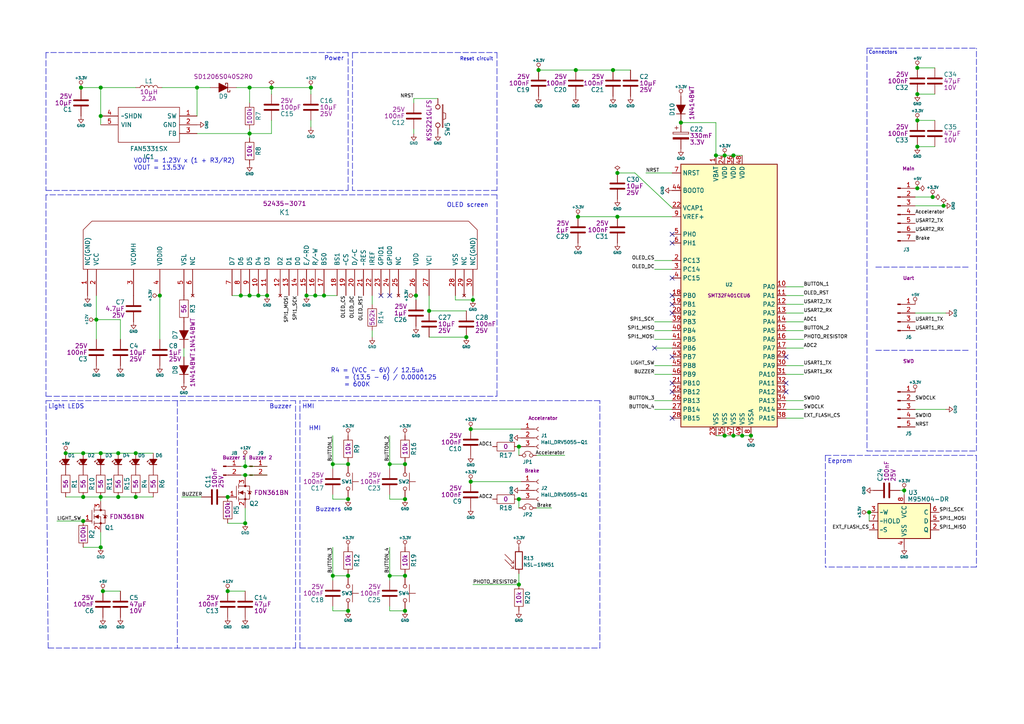
<source format=kicad_sch>
(kicad_sch (version 20210621) (generator eeschema)
  (paper "A4")
  (title_block (title "VESC_UI") (date "2021-07-21") (rev "2.0.0"))
  (junction (at 19.05 131.445) (diameter 1.016))
  (junction (at 23.495 25.4) (diameter 1.016))
  (junction (at 24.13 131.445) (diameter 1.016))
  (junction (at 24.13 144.145) (diameter 1.016))
  (junction (at 24.13 151.13) (diameter 1.016))
  (junction (at 27.94 92.71) (diameter 1.016))
  (junction (at 29.21 25.4) (diameter 1.016))
  (junction (at 29.21 33.655) (diameter 1.016))
  (junction (at 29.21 131.445) (diameter 1.016))
  (junction (at 29.21 144.145) (diameter 1.016))
  (junction (at 29.21 158.75) (diameter 1.016))
  (junction (at 29.845 171.45) (diameter 1.016))
  (junction (at 34.29 131.445) (diameter 1.016))
  (junction (at 34.29 144.145) (diameter 1.016))
  (junction (at 39.37 131.445) (diameter 1.016))
  (junction (at 39.37 144.145) (diameter 1.016))
  (junction (at 46.355 85.725) (diameter 1.016))
  (junction (at 57.15 25.4) (diameter 1.016))
  (junction (at 66.04 144.145) (diameter 1.016))
  (junction (at 66.04 171.45) (diameter 1.016))
  (junction (at 69.85 85.725) (diameter 1.016))
  (junction (at 71.12 135.255) (diameter 1.016))
  (junction (at 71.12 137.795) (diameter 1.016))
  (junction (at 71.12 151.765) (diameter 1.016))
  (junction (at 72.39 25.4) (diameter 1.016))
  (junction (at 72.39 38.735) (diameter 1.016))
  (junction (at 72.39 85.725) (diameter 1.016))
  (junction (at 74.93 85.725) (diameter 1.016))
  (junction (at 77.47 85.725) (diameter 1.016))
  (junction (at 78.74 25.4) (diameter 1.016))
  (junction (at 88.9 85.725) (diameter 1.016))
  (junction (at 90.17 25.4) (diameter 1.016))
  (junction (at 91.44 85.725) (diameter 1.016))
  (junction (at 93.98 85.725) (diameter 1.016))
  (junction (at 96.52 134.62) (diameter 1.016))
  (junction (at 96.52 167.005) (diameter 1.016))
  (junction (at 100.965 134.62) (diameter 1.016))
  (junction (at 100.965 144.78) (diameter 1.016))
  (junction (at 100.965 167.005) (diameter 1.016))
  (junction (at 100.965 177.165) (diameter 1.016))
  (junction (at 113.03 134.62) (diameter 1.016))
  (junction (at 113.03 167.005) (diameter 1.016))
  (junction (at 117.475 134.62) (diameter 1.016))
  (junction (at 117.475 144.78) (diameter 1.016))
  (junction (at 117.475 167.005) (diameter 1.016))
  (junction (at 117.475 177.165) (diameter 1.016))
  (junction (at 120.65 85.725) (diameter 1.016))
  (junction (at 124.46 90.17) (diameter 1.016))
  (junction (at 135.255 97.79) (diameter 1.016))
  (junction (at 136.525 124.46) (diameter 1.016))
  (junction (at 136.525 139.7) (diameter 1.016))
  (junction (at 137.16 86.995) (diameter 1.016))
  (junction (at 150.495 129.54) (diameter 1.016))
  (junction (at 150.495 144.78) (diameter 1.016))
  (junction (at 150.495 169.545) (diameter 1.016))
  (junction (at 156.21 20.32) (diameter 1.016))
  (junction (at 167.005 20.32) (diameter 1.016))
  (junction (at 167.64 62.865) (diameter 1.016))
  (junction (at 177.8 20.32) (diameter 1.016))
  (junction (at 179.07 50.165) (diameter 1.016))
  (junction (at 179.07 62.865) (diameter 1.016))
  (junction (at 197.485 35.56) (diameter 1.016))
  (junction (at 207.645 45.085) (diameter 1.016))
  (junction (at 210.185 45.085) (diameter 1.016))
  (junction (at 210.185 126.365) (diameter 1.016))
  (junction (at 212.725 45.085) (diameter 1.016))
  (junction (at 212.725 126.365) (diameter 1.016))
  (junction (at 215.265 126.365) (diameter 1.016))
  (junction (at 217.805 126.365) (diameter 1.016))
  (junction (at 252.095 148.59) (diameter 1.016))
  (junction (at 262.255 142.24) (diameter 1.016))
  (junction (at 266.065 19.685) (diameter 1.016))
  (junction (at 266.065 27.305) (diameter 1.016))
  (junction (at 266.065 34.925) (diameter 1.016))
  (junction (at 266.065 42.545) (diameter 1.016))
  (junction (at 266.065 54.61) (diameter 1.016))
  (junction (at 270.51 57.15) (diameter 1.016))
  (junction (at 273.685 59.69) (diameter 1.016))
  (no_connect (at 110.49 85.725))
  (no_connect (at 113.03 85.725))
  (no_connect (at 189.865 100.965))
  (no_connect (at 194.945 67.945))
  (no_connect (at 194.945 70.485))
  (no_connect (at 194.945 80.645))
  (no_connect (at 194.945 85.725))
  (no_connect (at 194.945 88.265))
  (no_connect (at 194.945 90.805))
  (no_connect (at 194.945 103.505))
  (no_connect (at 194.945 111.125))
  (no_connect (at 194.945 113.665))
  (no_connect (at 194.945 121.285))
  (no_connect (at 227.965 103.505))
  (no_connect (at 227.965 111.125))
  (no_connect (at 227.965 113.665))
  (wire (pts (xy 16.51 151.13) (xy 24.13 151.13)))
  (wire (pts (xy 19.05 131.445) (xy 24.13 131.445)))
  (wire (pts (xy 19.05 144.145) (xy 24.13 144.145)))
  (wire (pts (xy 23.495 25.4) (xy 23.495 26.035)))
  (wire (pts (xy 24.13 131.445) (xy 29.21 131.445)))
  (wire (pts (xy 24.13 144.145) (xy 29.21 144.145)))
  (wire (pts (xy 24.13 158.75) (xy 29.21 158.75)))
  (wire (pts (xy 27.94 85.725) (xy 27.94 92.71)))
  (wire (pts (xy 27.94 92.71) (xy 27.94 98.425)))
  (wire (pts (xy 27.94 92.71) (xy 34.925 92.71)))
  (wire (pts (xy 29.21 25.4) (xy 23.495 25.4)))
  (wire (pts (xy 29.21 25.4) (xy 39.37 25.4)))
  (wire (pts (xy 29.21 33.655) (xy 29.21 25.4)))
  (wire (pts (xy 29.21 33.655) (xy 29.21 36.195)))
  (wire (pts (xy 29.21 131.445) (xy 34.29 131.445)))
  (wire (pts (xy 29.21 144.145) (xy 34.29 144.145)))
  (wire (pts (xy 29.21 145.415) (xy 29.21 144.145)))
  (wire (pts (xy 29.21 158.75) (xy 29.21 154.305)))
  (wire (pts (xy 29.845 171.45) (xy 34.925 171.45)))
  (wire (pts (xy 34.29 131.445) (xy 39.37 131.445)))
  (wire (pts (xy 34.29 144.145) (xy 39.37 144.145)))
  (wire (pts (xy 34.925 98.425) (xy 34.925 92.71)))
  (wire (pts (xy 39.37 131.445) (xy 44.45 131.445)))
  (wire (pts (xy 39.37 144.145) (xy 44.45 144.145)))
  (wire (pts (xy 46.355 85.725) (xy 46.355 98.425)))
  (wire (pts (xy 46.99 25.4) (xy 57.15 25.4)))
  (wire (pts (xy 52.705 144.145) (xy 58.42 144.145)))
  (wire (pts (xy 53.34 103.505) (xy 53.34 100.965)))
  (wire (pts (xy 57.15 25.4) (xy 57.15 33.655)))
  (wire (pts (xy 57.15 25.4) (xy 60.96 25.4)))
  (wire (pts (xy 57.15 38.735) (xy 72.39 38.735)))
  (wire (pts (xy 66.04 171.45) (xy 71.12 171.45)))
  (wire (pts (xy 67.31 85.725) (xy 69.85 85.725)))
  (wire (pts (xy 68.58 25.4) (xy 72.39 25.4)))
  (wire (pts (xy 69.85 85.725) (xy 72.39 85.725)))
  (wire (pts (xy 71.12 132.715) (xy 71.12 135.255)))
  (wire (pts (xy 71.12 135.255) (xy 69.85 135.255)))
  (wire (pts (xy 71.12 137.795) (xy 69.85 137.795)))
  (wire (pts (xy 71.12 137.795) (xy 71.12 138.43)))
  (wire (pts (xy 71.12 147.32) (xy 71.12 151.765)))
  (wire (pts (xy 71.12 151.765) (xy 66.04 151.765)))
  (wire (pts (xy 72.39 25.4) (xy 78.74 25.4)))
  (wire (pts (xy 72.39 29.845) (xy 72.39 25.4)))
  (wire (pts (xy 72.39 38.735) (xy 72.39 37.465)))
  (wire (pts (xy 72.39 40.005) (xy 72.39 38.735)))
  (wire (pts (xy 72.39 85.725) (xy 74.93 85.725)))
  (wire (pts (xy 74.93 85.725) (xy 77.47 85.725)))
  (wire (pts (xy 77.47 135.255) (xy 71.12 135.255)))
  (wire (pts (xy 77.47 137.795) (xy 71.12 137.795)))
  (wire (pts (xy 78.74 25.4) (xy 78.74 27.305)))
  (wire (pts (xy 78.74 25.4) (xy 90.17 25.4)))
  (wire (pts (xy 78.74 38.735) (xy 72.39 38.735)))
  (wire (pts (xy 78.74 38.735) (xy 78.74 34.925)))
  (wire (pts (xy 88.9 85.725) (xy 91.44 85.725)))
  (wire (pts (xy 90.17 25.4) (xy 90.17 27.305)))
  (wire (pts (xy 90.17 34.925) (xy 90.17 36.83)))
  (wire (pts (xy 91.44 85.725) (xy 93.98 85.725)))
  (wire (pts (xy 93.98 85.725) (xy 97.79 85.725)))
  (wire (pts (xy 96.52 126.365) (xy 96.52 134.62)))
  (wire (pts (xy 96.52 134.62) (xy 100.965 134.62)))
  (wire (pts (xy 96.52 135.89) (xy 96.52 134.62)))
  (wire (pts (xy 96.52 144.78) (xy 96.52 143.51)))
  (wire (pts (xy 96.52 144.78) (xy 100.965 144.78)))
  (wire (pts (xy 96.52 167.005) (xy 96.52 158.75)))
  (wire (pts (xy 96.52 167.005) (xy 100.965 167.005)))
  (wire (pts (xy 96.52 168.275) (xy 96.52 167.005)))
  (wire (pts (xy 96.52 177.165) (xy 96.52 175.895)))
  (wire (pts (xy 96.52 177.165) (xy 100.965 177.165)))
  (wire (pts (xy 100.965 133.985) (xy 100.965 134.62)))
  (wire (pts (xy 100.965 166.37) (xy 100.965 167.005)))
  (wire (pts (xy 107.95 85.725) (xy 107.95 88.265)))
  (wire (pts (xy 107.95 95.885) (xy 107.95 97.79)))
  (wire (pts (xy 113.03 126.365) (xy 113.03 134.62)))
  (wire (pts (xy 113.03 134.62) (xy 117.475 134.62)))
  (wire (pts (xy 113.03 135.89) (xy 113.03 134.62)))
  (wire (pts (xy 113.03 144.78) (xy 113.03 143.51)))
  (wire (pts (xy 113.03 144.78) (xy 117.475 144.78)))
  (wire (pts (xy 113.03 158.75) (xy 113.03 167.005)))
  (wire (pts (xy 113.03 167.005) (xy 117.475 167.005)))
  (wire (pts (xy 113.03 168.275) (xy 113.03 167.005)))
  (wire (pts (xy 113.03 177.165) (xy 113.03 175.895)))
  (wire (pts (xy 113.03 177.165) (xy 117.475 177.165)))
  (wire (pts (xy 117.475 133.985) (xy 117.475 134.62)))
  (wire (pts (xy 117.475 166.37) (xy 117.475 167.005)))
  (wire (pts (xy 120.015 28.575) (xy 120.015 29.845)))
  (wire (pts (xy 120.015 38.735) (xy 120.015 37.465)))
  (wire (pts (xy 120.65 86.995) (xy 120.65 85.725)))
  (wire (pts (xy 124.46 90.17) (xy 124.46 85.725)))
  (wire (pts (xy 124.46 90.17) (xy 135.255 90.17)))
  (wire (pts (xy 124.46 97.79) (xy 135.255 97.79)))
  (wire (pts (xy 127 28.575) (xy 120.015 28.575)))
  (wire (pts (xy 132.08 85.725) (xy 132.08 86.995)))
  (wire (pts (xy 132.08 86.995) (xy 137.16 86.995)))
  (wire (pts (xy 136.525 124.46) (xy 151.13 124.46)))
  (wire (pts (xy 136.525 139.7) (xy 151.13 139.7)))
  (wire (pts (xy 137.16 85.725) (xy 137.16 86.995)))
  (wire (pts (xy 137.16 169.545) (xy 150.495 169.545)))
  (wire (pts (xy 150.495 129.54) (xy 151.13 129.54)))
  (wire (pts (xy 150.495 132.08) (xy 150.495 129.54)))
  (wire (pts (xy 150.495 144.78) (xy 151.13 144.78)))
  (wire (pts (xy 150.495 147.32) (xy 150.495 144.78)))
  (wire (pts (xy 150.495 166.37) (xy 150.495 169.545)))
  (wire (pts (xy 155.575 132.08) (xy 163.83 132.08)))
  (wire (pts (xy 155.575 147.32) (xy 160.02 147.32)))
  (wire (pts (xy 156.21 20.32) (xy 167.005 20.32)))
  (wire (pts (xy 167.005 20.32) (xy 177.8 20.32)))
  (wire (pts (xy 167.64 62.865) (xy 179.07 62.865)))
  (wire (pts (xy 177.8 20.32) (xy 182.88 20.32)))
  (wire (pts (xy 179.07 50.165) (xy 184.15 50.165)))
  (wire (pts (xy 179.07 62.865) (xy 194.945 62.865)))
  (wire (pts (xy 189.865 93.345) (xy 194.945 93.345)))
  (wire (pts (xy 189.865 95.885) (xy 194.945 95.885)))
  (wire (pts (xy 189.865 98.425) (xy 194.945 98.425)))
  (wire (pts (xy 189.865 116.205) (xy 194.945 116.205)))
  (wire (pts (xy 194.945 50.165) (xy 187.325 50.165)))
  (wire (pts (xy 194.945 60.325) (xy 184.15 50.165)))
  (wire (pts (xy 194.945 75.565) (xy 189.865 75.565)))
  (wire (pts (xy 194.945 78.105) (xy 189.865 78.105)))
  (wire (pts (xy 194.945 100.965) (xy 189.865 100.965)))
  (wire (pts (xy 194.945 106.045) (xy 189.865 106.045)))
  (wire (pts (xy 194.945 108.585) (xy 189.865 108.585)))
  (wire (pts (xy 194.945 118.745) (xy 189.865 118.745)))
  (wire (pts (xy 207.645 35.56) (xy 197.485 35.56)))
  (wire (pts (xy 207.645 35.56) (xy 207.645 45.085)))
  (wire (pts (xy 207.645 45.085) (xy 210.185 45.085)))
  (wire (pts (xy 207.645 126.365) (xy 210.185 126.365)))
  (wire (pts (xy 210.185 45.085) (xy 212.725 45.085)))
  (wire (pts (xy 210.185 126.365) (xy 212.725 126.365)))
  (wire (pts (xy 212.725 45.085) (xy 215.265 45.085)))
  (wire (pts (xy 212.725 126.365) (xy 215.265 126.365)))
  (wire (pts (xy 215.265 126.365) (xy 217.805 126.365)))
  (wire (pts (xy 227.965 85.725) (xy 233.045 85.725)))
  (wire (pts (xy 227.965 88.265) (xy 233.045 88.265)))
  (wire (pts (xy 227.965 98.425) (xy 233.045 98.425)))
  (wire (pts (xy 227.965 100.965) (xy 233.045 100.965)))
  (wire (pts (xy 227.965 108.585) (xy 233.045 108.585)))
  (wire (pts (xy 227.965 116.205) (xy 233.045 116.205)))
  (wire (pts (xy 227.965 118.745) (xy 233.045 118.745)))
  (wire (pts (xy 233.045 83.185) (xy 227.965 83.185)))
  (wire (pts (xy 233.045 90.805) (xy 227.965 90.805)))
  (wire (pts (xy 233.045 93.345) (xy 227.965 93.345)))
  (wire (pts (xy 233.045 95.885) (xy 227.965 95.885)))
  (wire (pts (xy 233.045 106.045) (xy 227.965 106.045)))
  (wire (pts (xy 233.045 121.285) (xy 227.965 121.285)))
  (wire (pts (xy 252.095 148.59) (xy 252.095 151.13)))
  (wire (pts (xy 260.985 142.24) (xy 262.255 142.24)))
  (wire (pts (xy 262.255 142.24) (xy 262.255 143.51)))
  (wire (pts (xy 265.43 57.15) (xy 270.51 57.15)))
  (wire (pts (xy 266.065 19.685) (xy 271.145 19.685)))
  (wire (pts (xy 266.065 27.305) (xy 271.145 27.305)))
  (wire (pts (xy 266.065 34.925) (xy 271.145 34.925)))
  (wire (pts (xy 266.065 42.545) (xy 271.145 42.545)))
  (wire (pts (xy 266.065 54.61) (xy 265.43 54.61)))
  (wire (pts (xy 273.685 59.69) (xy 265.43 59.69)))
  (wire (pts (xy 274.32 90.805) (xy 265.43 90.805)))
  (wire (pts (xy 274.32 118.745) (xy 265.43 118.745)))
  (polyline (pts (xy 13.335 15.24) (xy 13.335 55.245)) (stroke (width 0) (type dash)))
  (polyline (pts (xy 13.335 55.245) (xy 100.965 55.245)) (stroke (width 0) (type dash)))
  (polyline (pts (xy 13.335 56.515) (xy 13.335 114.935)) (stroke (width 0) (type dash)))
  (polyline (pts (xy 13.335 114.935) (xy 144.145 114.935)) (stroke (width 0) (type dash)))
  (polyline (pts (xy 13.335 116.205) (xy 85.725 116.205)) (stroke (width 0) (type dash)))
  (polyline (pts (xy 13.97 187.96) (xy 13.335 116.205)) (stroke (width 0) (type dash)))
  (polyline (pts (xy 13.97 187.96) (xy 85.725 187.96)) (stroke (width 0) (type dash)))
  (polyline (pts (xy 51.435 116.205) (xy 51.435 187.96)) (stroke (width 0) (type dash)))
  (polyline (pts (xy 85.725 187.96) (xy 85.725 116.205)) (stroke (width 0) (type dash)))
  (polyline (pts (xy 86.995 187.96) (xy 86.995 116.205)) (stroke (width 0) (type dash)))
  (polyline (pts (xy 86.995 187.96) (xy 173.99 187.96)) (stroke (width 0) (type dash)))
  (polyline (pts (xy 100.965 15.24) (xy 13.335 15.24)) (stroke (width 0) (type dash)))
  (polyline (pts (xy 100.965 55.245) (xy 100.965 15.24)) (stroke (width 0) (type dash)))
  (polyline (pts (xy 102.235 15.24) (xy 102.235 55.245)) (stroke (width 0) (type dash)))
  (polyline (pts (xy 102.235 15.24) (xy 144.145 15.24)) (stroke (width 0) (type dash)))
  (polyline (pts (xy 144.145 15.24) (xy 144.145 55.245)) (stroke (width 0) (type dash)))
  (polyline (pts (xy 144.145 55.245) (xy 102.235 55.245)) (stroke (width 0) (type dash)))
  (polyline (pts (xy 144.145 56.515) (xy 13.335 56.515)) (stroke (width 0) (type dash)))
  (polyline (pts (xy 144.145 114.935) (xy 144.145 56.515)) (stroke (width 0) (type dash)))
  (polyline (pts (xy 173.99 116.205) (xy 86.995 116.205)) (stroke (width 0) (type dash)))
  (polyline (pts (xy 173.99 187.96) (xy 173.99 116.205)) (stroke (width 0) (type dash)))
  (polyline (pts (xy 239.395 132.08) (xy 239.395 164.465)) (stroke (width 0) (type dash)))
  (polyline (pts (xy 239.395 132.08) (xy 283.21 132.08)) (stroke (width 0) (type dash)))
  (polyline (pts (xy 251.46 13.97) (xy 251.46 130.81)) (stroke (width 0) (type dash)))
  (polyline (pts (xy 251.46 13.97) (xy 283.21 13.97)) (stroke (width 0) (type dash)))
  (polyline (pts (xy 251.46 130.81) (xy 283.21 130.81)) (stroke (width 0) (type dash)))
  (polyline (pts (xy 254 77.47) (xy 281.305 77.47)) (stroke (width 0) (type dash)))
  (polyline (pts (xy 254 101.6) (xy 281.305 101.6)) (stroke (width 0) (type dash)))
  (polyline (pts (xy 283.21 130.81) (xy 283.21 13.97)) (stroke (width 0) (type dash)))
  (polyline (pts (xy 283.21 132.08) (xy 283.21 164.465)) (stroke (width 0) (type dash)))
  (polyline (pts (xy 283.21 164.465) (xy 239.395 164.465)) (stroke (width 0) (type dash)))
  (text "Light LEDS" (at 13.97 118.745 0) (effects (font (size 1.27 1.27)) (justify left bottom)))
  (text "VOUT = 1.23V x (1 + R3/R2)\nVOUT = 13.53V" (at 38.735 49.53 0) (effects (font (size 1.27 1.27)) (justify left bottom)))
  (text "Buzzer" (at 78.105 118.745 0) (effects (font (size 1.27 1.27)) (justify left bottom)))
  (text "HMI" (at 87.63 118.745 0) (effects (font (size 1.27 1.27)) (justify left bottom)))
  (text "HMI" (at 89.535 125.095 0) (effects (font (size 1.27 1.27)) (justify left bottom)))
  (text "Buzzers" (at 91.44 148.59 0) (effects (font (size 1.27 1.27)) (justify left bottom)))
  (text "Power" (at 93.98 17.78 0) (effects (font (size 1.27 1.27)) (justify left bottom)))
  (text "R4 = (VCC - 6V) / 12.5uA\n    = (13.5 - 6) / 0.0000125\n    = 600K" (at 95.885 112.395 0) (effects (font (size 1.27 1.27)) (justify left bottom)))
  (text "OLED screen" (at 129.54 60.325 0) (effects (font (size 1.27 1.27)) (justify left bottom)))
  (text "Reset circuit" (at 133.35 17.78 0) (effects (font (size 0.9906 0.9906)) (justify left bottom)))
  (text "Eeprom" (at 240.03 134.62 0) (effects (font (size 1.27 1.27)) (justify left bottom)))
  (text "Connectors" (at 260.35 15.875 180) (effects (font (size 0.9906 0.9906)) (justify right bottom)))
  (label "LIGHT_SW" (at 16.51 151.13 0) (effects (font (size 0.9906 0.9906))))
  (label "BUZZER" (at 52.705 144.145 0) (effects (font (size 0.9906 0.9906))))
  (label "SPI1_MOSI" (at 83.82 85.725 270) (effects (font (size 0.9906 0.9906))))
  (label "SPI1_SCK" (at 86.36 85.725 270) (effects (font (size 0.9906 0.9906))))
  (label "BUTTON_1" (at 96.52 126.365 270) (effects (font (size 0.9906 0.9906))))
  (label "BUTTON_3" (at 96.52 158.75 270) (effects (font (size 0.9906 0.9906))))
  (label "OLED_CS" (at 100.33 85.725 270) (effects (font (size 0.9906 0.9906))))
  (label "OLED_DC" (at 102.87 85.725 270) (effects (font (size 0.9906 0.9906))))
  (label "OLED_RST" (at 105.41 85.725 270) (effects (font (size 0.9906 0.9906))))
  (label "BUTTON_2" (at 113.03 126.365 270) (effects (font (size 0.9906 0.9906))))
  (label "BUTTON_4" (at 113.03 158.75 270) (effects (font (size 0.9906 0.9906))))
  (label "NRST" (at 120.015 28.575 180) (effects (font (size 0.9906 0.9906))))
  (label "PHOTO_RESISTOR" (at 137.16 169.545 0) (effects (font (size 0.9906 0.9906))))
  (label "ADC1" (at 142.875 129.54 180) (effects (font (size 0.9906 0.9906))))
  (label "ADC2" (at 142.875 144.78 180) (effects (font (size 0.9906 0.9906))))
  (label "Brake" (at 160.02 147.32 180) (effects (font (size 0.9906 0.9906))))
  (label "Accelerator" (at 163.83 132.08 180) (effects (font (size 0.9906 0.9906))))
  (label "NRST" (at 187.325 50.165 0) (effects (font (size 0.9906 0.9906))))
  (label "OLED_CS" (at 189.865 75.565 180) (effects (font (size 0.9906 0.9906))))
  (label "OLED_DC" (at 189.865 78.105 180) (effects (font (size 0.9906 0.9906))))
  (label "SPI1_SCK" (at 189.865 93.345 180) (effects (font (size 0.9906 0.9906))))
  (label "SPI1_MISO" (at 189.865 95.885 180) (effects (font (size 0.9906 0.9906))))
  (label "SPI1_MOSI" (at 189.865 98.425 180) (effects (font (size 0.9906 0.9906))))
  (label "LIGHT_SW" (at 189.865 106.045 180) (effects (font (size 0.9906 0.9906))))
  (label "BUZZER" (at 189.865 108.585 180) (effects (font (size 0.9906 0.9906))))
  (label "BUTTON_3" (at 189.865 116.205 180) (effects (font (size 0.9906 0.9906))))
  (label "BUTTON_4" (at 189.865 118.745 180) (effects (font (size 0.9906 0.9906))))
  (label "BUTTON_1" (at 233.045 83.185 0) (effects (font (size 0.9906 0.9906))))
  (label "OLED_RST" (at 233.045 85.725 0) (effects (font (size 0.9906 0.9906))))
  (label "USART2_TX" (at 233.045 88.265 0) (effects (font (size 0.9906 0.9906))))
  (label "USART2_RX" (at 233.045 90.805 0) (effects (font (size 0.9906 0.9906))))
  (label "ADC1" (at 233.045 93.345 0) (effects (font (size 0.9906 0.9906))))
  (label "BUTTON_2" (at 233.045 95.885 0) (effects (font (size 0.9906 0.9906))))
  (label "PHOTO_RESISTOR" (at 233.045 98.425 0) (effects (font (size 0.9906 0.9906))))
  (label "ADC2" (at 233.045 100.965 0) (effects (font (size 0.9906 0.9906))))
  (label "USART1_TX" (at 233.045 106.045 0) (effects (font (size 0.9906 0.9906))))
  (label "USART1_RX" (at 233.045 108.585 0) (effects (font (size 0.9906 0.9906))))
  (label "SWDIO" (at 233.045 116.205 0) (effects (font (size 0.9906 0.9906))))
  (label "SWDCLK" (at 233.045 118.745 0) (effects (font (size 0.9906 0.9906))))
  (label "EXT_FLASH_CS" (at 233.045 121.285 0) (effects (font (size 0.9906 0.9906))))
  (label "EXT_FLASH_CS" (at 252.095 153.67 180) (effects (font (size 0.9906 0.9906))))
  (label "Accelerator" (at 265.43 62.23 0) (effects (font (size 0.9906 0.9906))))
  (label "USART2_TX" (at 265.43 64.77 0) (effects (font (size 0.9906 0.9906))))
  (label "USART2_RX" (at 265.43 67.31 0) (effects (font (size 0.9906 0.9906))))
  (label "Brake" (at 265.43 69.85 0) (effects (font (size 0.9906 0.9906))))
  (label "USART1_TX" (at 265.43 93.345 0) (effects (font (size 0.9906 0.9906))))
  (label "USART1_RX" (at 265.43 95.885 0) (effects (font (size 0.9906 0.9906))))
  (label "SWDCLK" (at 265.43 116.205 0) (effects (font (size 0.9906 0.9906))))
  (label "SWDIO" (at 265.43 121.285 0) (effects (font (size 0.9906 0.9906))))
  (label "NRST" (at 265.43 123.825 0) (effects (font (size 0.9906 0.9906))))
  (label "SPI1_SCK" (at 272.415 148.59 0) (effects (font (size 0.9906 0.9906))))
  (label "SPI1_MOSI" (at 272.415 151.13 0) (effects (font (size 0.9906 0.9906))))
  (label "SPI1_MISO" (at 272.415 153.67 0) (effects (font (size 0.9906 0.9906))))
  (symbol (lib_id "DVB_Power:+5V") (at 19.05 131.445 0) (unit 1)
    (property "Reference" "#PWR01" (effects hide))
    (property "Value" "+5V" (at 19.05 128.651 0) (effects (font (size 0.762 0.762))))
  )
  (symbol (lib_id "DVB_Power:+3.3V") (at 23.495 25.4 0) (unit 1)
    (property "Reference" "#PWR02" (effects hide))
    (property "Value" "+3.3V" (at 23.495 22.606 0) (effects (font (size 0.762 0.762))))
  )
  (symbol (lib_id "DVB_Power:+12V") (at 27.94 92.71 90) (unit 1)
    (property "Reference" "#PWR05" (effects hide))
    (property "Value" "+12V" (at 25.146 92.71 0) (effects (font (size 0.762 0.762))))
  )
  (symbol (lib_id "DVB_Power:+5V") (at 29.845 171.45 0) (unit 1)
    (property "Reference" "#PWR08" (effects hide))
    (property "Value" "+5V" (at 29.845 168.656 0) (effects (font (size 0.762 0.762))))
  )
  (symbol (lib_id "DVB_Power:+3.3V") (at 46.355 85.725 90) (unit 1)
    (property "Reference" "#PWR013" (effects hide))
    (property "Value" "+3.3V" (at 43.561 85.725 0) (effects (font (size 0.762 0.762))))
  )
  (symbol (lib_id "DVB_Power:+12V") (at 66.04 171.45 0) (unit 1)
    (property "Reference" "#PWR017" (effects hide))
    (property "Value" "+12V" (at 66.04 168.656 0) (effects (font (size 0.762 0.762))))
  )
  (symbol (lib_id "DVB_Power:+12V") (at 71.12 132.715 0) (unit 1)
    (property "Reference" "#PWR019" (effects hide))
    (property "Value" "+12V" (at 71.12 129.921 0) (effects (font (size 0.762 0.762))))
  )
  (symbol (lib_id "DVB_Power:+12V") (at 90.17 25.4 0) (unit 1)
    (property "Reference" "#PWR025" (effects hide))
    (property "Value" "+12V" (at 90.17 22.606 0) (effects (font (size 0.762 0.762))))
  )
  (symbol (lib_id "DVB_Power:+3.3V") (at 100.965 126.365 0) (unit 1)
    (property "Reference" "#PWR027" (effects hide))
    (property "Value" "+3.3V" (at 100.965 123.571 0) (effects (font (size 0.762 0.762))))
  )
  (symbol (lib_id "DVB_Power:+3.3V") (at 100.965 158.75 0) (unit 1)
    (property "Reference" "#PWR029" (effects hide))
    (property "Value" "+3.3V" (at 100.965 155.956 0) (effects (font (size 0.762 0.762))))
  )
  (symbol (lib_id "DVB_Power:+3.3V") (at 117.475 126.365 0) (unit 1)
    (property "Reference" "#PWR032" (effects hide))
    (property "Value" "+3.3V" (at 117.475 123.571 0) (effects (font (size 0.762 0.762))))
  )
  (symbol (lib_id "DVB_Power:+3.3V") (at 117.475 158.75 0) (unit 1)
    (property "Reference" "#PWR034" (effects hide))
    (property "Value" "+3.3V" (at 117.475 155.956 0) (effects (font (size 0.762 0.762))))
  )
  (symbol (lib_id "DVB_Power:+3.3V") (at 120.65 85.725 90) (unit 1)
    (property "Reference" "#PWR037" (effects hide))
    (property "Value" "+3.3V" (at 117.856 85.725 0) (effects (font (size 0.762 0.762))))
  )
  (symbol (lib_id "DVB_Power:+3.3V") (at 136.525 124.46 0) (unit 1)
    (property "Reference" "#PWR041" (effects hide))
    (property "Value" "+3.3V" (at 136.525 121.666 0) (effects (font (size 0.762 0.762))))
  )
  (symbol (lib_id "DVB_Power:+3.3V") (at 136.525 139.7 0) (unit 1)
    (property "Reference" "#PWR043" (effects hide))
    (property "Value" "+3.3V" (at 136.525 136.906 0) (effects (font (size 0.762 0.762))))
  )
  (symbol (lib_id "DVB_Power:+3.3V") (at 150.495 158.75 0) (unit 1)
    (property "Reference" "#PWR046" (effects hide))
    (property "Value" "+3.3V" (at 150.495 155.956 0) (effects (font (size 0.762 0.762))))
  )
  (symbol (lib_id "DVB_Power:+3.3V") (at 156.21 20.32 0) (unit 1)
    (property "Reference" "#PWR050" (effects hide))
    (property "Value" "+3.3V" (at 156.21 17.526 0) (effects (font (size 0.762 0.762))))
  )
  (symbol (lib_id "DVB_Power:+3.3V") (at 167.64 62.865 0) (unit 1)
    (property "Reference" "#PWR053" (effects hide))
    (property "Value" "+3.3V" (at 167.64 60.071 0) (effects (font (size 0.762 0.762))))
  )
  (symbol (lib_id "DVB_Power:+3.3V") (at 197.485 27.94 0) (unit 1)
    (property "Reference" "#PWR060" (effects hide))
    (property "Value" "+3.3V" (at 197.485 25.146 0) (effects (font (size 0.762 0.762))))
  )
  (symbol (lib_id "DVB_Power:+3.3V") (at 210.185 45.085 0) (unit 1)
    (property "Reference" "#PWR062" (effects hide))
    (property "Value" "+3.3V" (at 210.185 42.291 0) (effects (font (size 0.762 0.762))))
  )
  (symbol (lib_id "DVB_Power:+3.3V") (at 252.095 148.59 90) (unit 1)
    (property "Reference" "#PWR064" (effects hide))
    (property "Value" "+3.3V" (at 249.301 148.59 0) (effects (font (size 0.762 0.762))))
  )
  (symbol (lib_id "DVB_Power:+3.3V") (at 262.255 142.24 0) (unit 1)
    (property "Reference" "#PWR066" (effects hide))
    (property "Value" "+3.3V" (at 262.255 139.446 0) (effects (font (size 0.762 0.762))))
  )
  (symbol (lib_id "DVB_Power:+5V") (at 265.43 88.265 0) (unit 1)
    (property "Reference" "#PWR068" (effects hide))
    (property "Value" "+5V" (at 265.43 85.471 0) (effects (font (size 0.762 0.762))))
  )
  (symbol (lib_id "DVB_Power:+3.3V") (at 265.43 113.665 0) (unit 1)
    (property "Reference" "#PWR069" (effects hide))
    (property "Value" "+3.3V" (at 265.43 110.871 0) (effects (font (size 0.762 0.762))))
  )
  (symbol (lib_id "DVB_Power:+5V") (at 266.065 19.685 0) (unit 1)
    (property "Reference" "#PWR070" (effects hide))
    (property "Value" "+5V" (at 266.065 16.891 0) (effects (font (size 0.762 0.762))))
  )
  (symbol (lib_id "DVB_Power:+3.3V") (at 266.065 34.925 0) (unit 1)
    (property "Reference" "#PWR072" (effects hide))
    (property "Value" "+3.3V" (at 266.065 32.131 0) (effects (font (size 0.762 0.762))))
  )
  (symbol (lib_id "DVB_Power:+5V") (at 266.065 54.61 0) (unit 1)
    (property "Reference" "#PWR074" (effects hide))
    (property "Value" "+5V" (at 266.065 51.816 0) (effects (font (size 0.762 0.762))))
  )
  (symbol (lib_id "DVB_Power:+3.3V") (at 270.51 57.15 0) (unit 1)
    (property "Reference" "#PWR075" (effects hide))
    (property "Value" "+3.3V" (at 270.51 54.356 0) (effects (font (size 0.762 0.762))))
  )
  (symbol (lib_id "DVB_Power:GND") (at 23.495 33.655 0) (unit 1)
    (property "Reference" "#PWR03" (effects hide))
    (property "Value" "GND" (at 23.495 36.449 0) (effects (font (size 0.762 0.762))))
  )
  (symbol (lib_id "DVB_Power:GND") (at 25.4 85.725 0) (unit 1)
    (property "Reference" "#PWR04" (effects hide))
    (property "Value" "GND" (at 25.4 88.519 0) (effects (font (size 0.762 0.762))))
  )
  (symbol (lib_id "DVB_Power:GND") (at 27.94 106.045 0) (unit 1)
    (property "Reference" "#PWR06" (effects hide))
    (property "Value" "GND" (at 27.94 108.839 0) (effects (font (size 0.762 0.762))))
  )
  (symbol (lib_id "DVB_Power:GND") (at 29.21 158.75 0) (unit 1)
    (property "Reference" "#PWR07" (effects hide))
    (property "Value" "GND" (at 29.21 161.544 0) (effects (font (size 0.762 0.762))))
  )
  (symbol (lib_id "DVB_Power:GND") (at 29.845 179.07 0) (unit 1)
    (property "Reference" "#PWR09" (effects hide))
    (property "Value" "GND" (at 29.845 181.864 0) (effects (font (size 0.762 0.762))))
  )
  (symbol (lib_id "DVB_Power:GND") (at 34.925 106.045 0) (unit 1)
    (property "Reference" "#PWR010" (effects hide))
    (property "Value" "GND" (at 34.925 108.839 0) (effects (font (size 0.762 0.762))))
  )
  (symbol (lib_id "DVB_Power:GND") (at 34.925 179.07 0) (unit 1)
    (property "Reference" "#PWR011" (effects hide))
    (property "Value" "GND" (at 34.925 181.864 0) (effects (font (size 0.762 0.762))))
  )
  (symbol (lib_id "DVB_Power:GND") (at 38.735 93.345 0) (unit 1)
    (property "Reference" "#PWR012" (effects hide))
    (property "Value" "GND" (at 38.735 96.139 0) (effects (font (size 0.762 0.762))))
  )
  (symbol (lib_id "DVB_Power:GND") (at 46.355 106.045 0) (unit 1)
    (property "Reference" "#PWR014" (effects hide))
    (property "Value" "GND" (at 46.355 108.839 0) (effects (font (size 0.762 0.762))))
  )
  (symbol (lib_id "DVB_Power:GND") (at 53.34 111.125 0) (unit 1)
    (property "Reference" "#PWR015" (effects hide))
    (property "Value" "GND" (at 53.34 113.919 0) (effects (font (size 0.762 0.762))))
  )
  (symbol (lib_id "DVB_Power:GND") (at 57.15 36.195 90) (unit 1)
    (property "Reference" "#PWR016" (effects hide))
    (property "Value" "GND" (at 59.944 36.195 0) (effects (font (size 0.762 0.762))))
  )
  (symbol (lib_id "DVB_Power:GND") (at 66.04 179.07 0) (unit 1)
    (property "Reference" "#PWR018" (effects hide))
    (property "Value" "GND" (at 66.04 181.864 0) (effects (font (size 0.762 0.762))))
  )
  (symbol (lib_id "DVB_Power:GND") (at 71.12 151.765 0) (unit 1)
    (property "Reference" "#PWR020" (effects hide))
    (property "Value" "GND" (at 71.12 154.559 0) (effects (font (size 0.762 0.762))))
  )
  (symbol (lib_id "DVB_Power:GND") (at 71.12 179.07 0) (unit 1)
    (property "Reference" "#PWR021" (effects hide))
    (property "Value" "GND" (at 71.12 181.864 0) (effects (font (size 0.762 0.762))))
  )
  (symbol (lib_id "DVB_Power:GND") (at 72.39 47.625 0) (unit 1)
    (property "Reference" "#PWR022" (effects hide))
    (property "Value" "GND" (at 72.39 50.419 0) (effects (font (size 0.762 0.762))))
  )
  (symbol (lib_id "DVB_Power:GND") (at 77.47 85.725 0) (unit 1)
    (property "Reference" "#PWR023" (effects hide))
    (property "Value" "GND" (at 77.47 88.519 0) (effects (font (size 0.762 0.762))))
  )
  (symbol (lib_id "DVB_Power:P_FLG") (at 78.74 25.4 0) (unit 1)
    (property "Reference" "#FLG01" (effects hide))
    (property "Value" "P_FLG" (effects hide))
  )
  (symbol (lib_id "DVB_Power:GND") (at 88.9 85.725 0) (unit 1)
    (property "Reference" "#PWR024" (effects hide))
    (property "Value" "GND" (at 88.9 88.519 0) (effects (font (size 0.762 0.762))))
  )
  (symbol (lib_id "DVB_Power:GND") (at 90.17 36.83 0) (unit 1)
    (property "Reference" "#PWR026" (effects hide))
    (property "Value" "GND" (at 90.17 39.624 0) (effects (font (size 0.762 0.762))))
  )
  (symbol (lib_id "DVB_Power:GND") (at 100.965 144.78 0) (unit 1)
    (property "Reference" "#PWR028" (effects hide))
    (property "Value" "GND" (at 100.965 147.574 0) (effects (font (size 0.762 0.762))))
  )
  (symbol (lib_id "DVB_Power:GND") (at 100.965 177.165 0) (unit 1)
    (property "Reference" "#PWR030" (effects hide))
    (property "Value" "GND" (at 100.965 179.959 0) (effects (font (size 0.762 0.762))))
  )
  (symbol (lib_id "DVB_Power:GND") (at 107.95 97.79 0) (unit 1)
    (property "Reference" "#PWR031" (effects hide))
    (property "Value" "GND" (at 107.95 100.584 0) (effects (font (size 0.762 0.762))))
  )
  (symbol (lib_id "DVB_Power:GND") (at 117.475 144.78 0) (unit 1)
    (property "Reference" "#PWR033" (effects hide))
    (property "Value" "GND" (at 117.475 147.574 0) (effects (font (size 0.762 0.762))))
  )
  (symbol (lib_id "DVB_Power:GND") (at 117.475 177.165 0) (unit 1)
    (property "Reference" "#PWR035" (effects hide))
    (property "Value" "GND" (at 117.475 179.959 0) (effects (font (size 0.762 0.762))))
  )
  (symbol (lib_id "DVB_Power:GND") (at 120.015 38.735 0) (unit 1)
    (property "Reference" "#PWR036" (effects hide))
    (property "Value" "GND" (at 120.015 41.529 0) (effects (font (size 0.762 0.762))))
  )
  (symbol (lib_id "DVB_Power:GND") (at 120.65 94.615 0) (unit 1)
    (property "Reference" "#PWR038" (effects hide))
    (property "Value" "GND" (at 120.65 97.409 0) (effects (font (size 0.762 0.762))))
  )
  (symbol (lib_id "DVB_Power:GND") (at 127 38.735 0) (unit 1)
    (property "Reference" "#PWR039" (effects hide))
    (property "Value" "GND" (at 127 41.529 0) (effects (font (size 0.762 0.762))))
  )
  (symbol (lib_id "DVB_Power:GND") (at 135.255 97.79 0) (unit 1)
    (property "Reference" "#PWR040" (effects hide))
    (property "Value" "GND" (at 135.255 100.584 0) (effects (font (size 0.762 0.762))))
  )
  (symbol (lib_id "DVB_Power:GND") (at 136.525 132.08 0) (unit 1)
    (property "Reference" "#PWR042" (effects hide))
    (property "Value" "GND" (at 136.525 134.874 0) (effects (font (size 0.762 0.762))))
  )
  (symbol (lib_id "DVB_Power:GND") (at 136.525 147.32 0) (unit 1)
    (property "Reference" "#PWR044" (effects hide))
    (property "Value" "GND" (at 136.525 150.114 0) (effects (font (size 0.762 0.762))))
  )
  (symbol (lib_id "DVB_Power:GND") (at 137.16 86.995 0) (unit 1)
    (property "Reference" "#PWR045" (effects hide))
    (property "Value" "GND" (at 137.16 89.789 0) (effects (font (size 0.762 0.762))))
  )
  (symbol (lib_id "DVB_Power:GND") (at 150.495 177.165 0) (unit 1)
    (property "Reference" "#PWR047" (effects hide))
    (property "Value" "GND" (at 150.495 179.959 0) (effects (font (size 0.762 0.762))))
  )
  (symbol (lib_id "DVB_Power:GND") (at 151.13 127 270) (unit 1)
    (property "Reference" "#PWR048" (effects hide))
    (property "Value" "GND" (at 148.336 127 0) (effects (font (size 0.762 0.762))))
  )
  (symbol (lib_id "DVB_Power:GND") (at 151.13 142.24 270) (unit 1)
    (property "Reference" "#PWR049" (effects hide))
    (property "Value" "GND" (at 148.336 142.24 0) (effects (font (size 0.762 0.762))))
  )
  (symbol (lib_id "DVB_Power:GND") (at 156.21 27.94 0) (unit 1)
    (property "Reference" "#PWR051" (effects hide))
    (property "Value" "GND" (at 156.21 30.734 0) (effects (font (size 0.762 0.762))))
  )
  (symbol (lib_id "DVB_Power:GND") (at 167.005 27.94 0) (unit 1)
    (property "Reference" "#PWR052" (effects hide))
    (property "Value" "GND" (at 167.005 30.734 0) (effects (font (size 0.762 0.762))))
  )
  (symbol (lib_id "DVB_Power:GND") (at 167.64 70.485 0) (unit 1)
    (property "Reference" "#PWR054" (effects hide))
    (property "Value" "GND" (at 167.64 73.279 0) (effects (font (size 0.762 0.762))))
  )
  (symbol (lib_id "DVB_Power:GND") (at 177.8 27.94 0) (unit 1)
    (property "Reference" "#PWR055" (effects hide))
    (property "Value" "GND" (at 177.8 30.734 0) (effects (font (size 0.762 0.762))))
  )
  (symbol (lib_id "DVB_Power:P_FLG") (at 179.07 50.165 0) (unit 1)
    (property "Reference" "#FLG0101" (effects hide))
    (property "Value" "P_FLG" (effects hide))
  )
  (symbol (lib_id "DVB_Power:GND") (at 179.07 57.785 0) (unit 1)
    (property "Reference" "#PWR056" (effects hide))
    (property "Value" "GND" (at 179.07 60.579 0) (effects (font (size 0.762 0.762))))
  )
  (symbol (lib_id "DVB_Power:GND") (at 179.07 70.485 0) (unit 1)
    (property "Reference" "#PWR057" (effects hide))
    (property "Value" "GND" (at 179.07 73.279 0) (effects (font (size 0.762 0.762))))
  )
  (symbol (lib_id "DVB_Power:GND") (at 182.88 27.94 0) (unit 1)
    (property "Reference" "#PWR058" (effects hide))
    (property "Value" "GND" (at 182.88 30.734 0) (effects (font (size 0.762 0.762))))
  )
  (symbol (lib_id "DVB_Power:GND") (at 194.945 55.245 270) (unit 1)
    (property "Reference" "#PWR059" (effects hide))
    (property "Value" "GND" (at 192.151 55.245 0) (effects (font (size 0.762 0.762))))
  )
  (symbol (lib_id "DVB_Power:GND") (at 197.485 43.18 0) (unit 1)
    (property "Reference" "#PWR061" (effects hide))
    (property "Value" "GND" (at 197.485 45.974 0) (effects (font (size 0.762 0.762))))
  )
  (symbol (lib_id "DVB_Power:GND") (at 217.805 126.365 0) (unit 1)
    (property "Reference" "#PWR063" (effects hide))
    (property "Value" "GND" (at 217.805 129.159 0) (effects (font (size 0.762 0.762))))
  )
  (symbol (lib_id "DVB_Power:GND") (at 253.365 142.24 270) (unit 1)
    (property "Reference" "#PWR065" (effects hide))
    (property "Value" "GND" (at 250.571 142.24 0) (effects (font (size 0.762 0.762))))
  )
  (symbol (lib_id "DVB_Power:GND") (at 262.255 158.75 0) (unit 1)
    (property "Reference" "#PWR067" (effects hide))
    (property "Value" "GND" (at 262.255 161.544 0) (effects (font (size 0.762 0.762))))
  )
  (symbol (lib_id "DVB_Power:GND") (at 266.065 27.305 0) (unit 1)
    (property "Reference" "#PWR071" (effects hide))
    (property "Value" "GND" (at 266.065 30.099 0) (effects (font (size 0.762 0.762))))
  )
  (symbol (lib_id "DVB_Power:GND") (at 266.065 42.545 0) (unit 1)
    (property "Reference" "#PWR073" (effects hide))
    (property "Value" "GND" (at 266.065 45.339 0) (effects (font (size 0.762 0.762))))
  )
  (symbol (lib_id "DVB_Power:P_FLG") (at 266.065 54.61 270) (unit 1)
    (property "Reference" "#FLG02" (effects hide))
    (property "Value" "P_FLG" (effects hide))
  )
  (symbol (lib_id "DVB_Power:P_FLG") (at 270.51 57.15 270) (unit 1)
    (property "Reference" "#FLG03" (effects hide))
    (property "Value" "P_FLG" (effects hide))
  )
  (symbol (lib_id "DVB_Power:GND") (at 273.685 59.69 90) (unit 1)
    (property "Reference" "#PWR076" (effects hide))
    (property "Value" "GND" (at 276.479 59.69 0) (effects (font (size 0.762 0.762))))
  )
  (symbol (lib_id "DVB_Power:P_FLG") (at 273.685 59.69 0) (unit 1)
    (property "Reference" "#FLG0102" (effects hide))
    (property "Value" "P_FLG" (effects hide))
  )
  (symbol (lib_id "DVB_Power:GND") (at 274.32 90.805 90) (unit 1)
    (property "Reference" "#PWR077" (effects hide))
    (property "Value" "GND" (at 277.114 90.805 0) (effects (font (size 0.762 0.762))))
  )
  (symbol (lib_id "DVB_Power:GND") (at 274.32 118.745 90) (unit 1)
    (property "Reference" "#PWR078" (effects hide))
    (property "Value" "GND" (at 277.114 118.745 0) (effects (font (size 0.762 0.762))))
  )
  (symbol (lib_id "DVB_L:L_0006") (at 43.18 25.4 0) (mirror y) (unit 1)
    (property "Reference" "L1" (at 43.18 23.495 0))
    (property "Value" "L_0006" (effects hide))
    (property "Footprint" "DVB_Inductors:L_4012-Wurth" (effects hide))
    (property "Datasheet" "http://www.farnell.com/datasheets/1880890.pdf?_ga=2.10496944.526238941.1497949497-421346633.1483631847" (effects hide))
    (property "Field4" "74437321100" (effects hide))
    (property "Field5" "2.2A" (at 43.18 28.575 0))
    (property "Field6" "COIL" (effects hide))
    (property "Field7" "10µH" (at 43.18 26.67 0))
  )
  (symbol (lib_id "VESC_UI-rescue:Jumper_NC_Small-Device") (at 153.035 132.08 0) (unit 1)
    (property "Reference" "JP1" (at 153.035 133.985 0) (effects (font (size 0.9906 0.9906))))
    (property "Value" "Jumper_NC_Small" (effects hide))
    (property "Footprint" "Jumper:SolderJumper-2_P1.3mm_Open_TrianglePad1.0x1.5mm" (effects hide))
  )
  (symbol (lib_id "VESC_UI-rescue:Jumper_NC_Small-Device") (at 153.035 147.32 0) (unit 1)
    (property "Reference" "JP2" (at 153.035 149.225 0) (effects (font (size 0.9906 0.9906))))
    (property "Value" "Jumper_NC_Small" (effects hide))
    (property "Footprint" "Jumper:SolderJumper-2_P1.3mm_Open_TrianglePad1.0x1.5mm" (effects hide))
  )
  (symbol (lib_id "VESC_UI-rescue:LED_Small_ALT-Device") (at 19.05 133.985 90) (unit 1)
    (property "Reference" "D1" (at 19.685 132.08 90) (effects (font (size 0.9906 0.9906)) (justify right)))
    (property "Value" "LED 5mm - White" (effects hide))
    (property "Footprint" "LED_THT:LED_D5.0mm_Horizontal_O1.27mm_Z3.0mm_Clear" (effects hide))
    (property "Datasheet" "http://www.farnell.com/datasheets/1503656.pdf" (effects hide))
  )
  (symbol (lib_id "VESC_UI-rescue:LED_Small_ALT-Device") (at 24.13 133.985 90) (unit 1)
    (property "Reference" "D2" (at 25.4 132.08 90) (effects (font (size 0.9906 0.9906)) (justify right)))
    (property "Value" "LED 5mm - White" (effects hide))
    (property "Footprint" "LED_THT:LED_D5.0mm_Horizontal_O1.27mm_Z3.0mm_Clear" (effects hide))
    (property "Datasheet" "http://www.farnell.com/datasheets/1503656.pdf" (effects hide))
  )
  (symbol (lib_id "VESC_UI-rescue:LED_Small_ALT-Device") (at 29.21 133.985 90) (unit 1)
    (property "Reference" "D3" (at 30.48 132.08 90) (effects (font (size 0.9906 0.9906)) (justify right)))
    (property "Value" "LED 5mm - White" (effects hide))
    (property "Footprint" "LED_THT:LED_D5.0mm_Horizontal_O1.27mm_Z3.0mm_Clear" (effects hide))
    (property "Datasheet" "http://www.farnell.com/datasheets/1503656.pdf" (effects hide))
  )
  (symbol (lib_id "VESC_UI-rescue:LED_Small_ALT-Device") (at 34.29 133.985 90) (unit 1)
    (property "Reference" "D4" (at 35.56 132.08 90) (effects (font (size 0.9906 0.9906)) (justify right)))
    (property "Value" "LED 5mm - White" (effects hide))
    (property "Footprint" "LED_THT:LED_D5.0mm_Horizontal_O1.27mm_Z3.0mm_Clear" (effects hide))
    (property "Datasheet" "http://www.farnell.com/datasheets/1503656.pdf" (effects hide))
  )
  (symbol (lib_id "VESC_UI-rescue:LED_Small_ALT-Device") (at 39.37 133.985 90) (unit 1)
    (property "Reference" "D5" (at 40.005 132.08 90) (effects (font (size 0.9906 0.9906)) (justify right)))
    (property "Value" "LED 5mm - White" (effects hide))
    (property "Footprint" "LED_THT:LED_D5.0mm_Horizontal_O1.27mm_Z3.0mm_Clear" (effects hide))
    (property "Datasheet" "http://www.farnell.com/datasheets/1503656.pdf" (effects hide))
  )
  (symbol (lib_id "VESC_UI-rescue:LED_Small_ALT-Device") (at 44.45 133.985 90) (unit 1)
    (property "Reference" "D6" (at 45.085 132.08 90) (effects (font (size 0.9906 0.9906)) (justify right)))
    (property "Value" "LED 5mm - White" (effects hide))
    (property "Footprint" "LED_THT:LED_D5.0mm_Horizontal_O1.27mm_Z3.0mm_Clear" (effects hide))
    (property "Datasheet" "http://www.farnell.com/datasheets/1503656.pdf" (effects hide))
  )
  (symbol (lib_id "Connector:Conn_01x02_Male") (at 64.77 135.255 0) (unit 1)
    (property "Reference" "J8" (at 67.945 131.445 0) (effects (font (size 0.9906 0.9906))))
    (property "Value" "Conn_01x02_Male" (effects hide))
    (property "Footprint" "Connector_JST:JST_PH_B2B-PH-K_1x02_P2.00mm_Vertical" (effects hide))
    (property "Field4" "Buzzer 1" (at 67.945 132.715 0) (effects (font (size 0.9906 0.9906))))
  )
  (symbol (lib_id "Connector:Conn_01x02_Male") (at 72.39 135.255 0) (unit 1)
    (property "Reference" "J9" (at 75.565 131.445 0) (effects (font (size 0.9906 0.9906))))
    (property "Value" "Conn_01x02_Male" (effects hide))
    (property "Footprint" "Connector_JST:JST_PH_B2B-PH-K_1x02_P2.00mm_Vertical" (effects hide))
    (property "Field4" "Buzzer 2" (at 75.565 132.715 0) (effects (font (size 0.9906 0.9906))))
  )
  (symbol (lib_id "DVB_R:R_0110") (at 19.05 140.335 0) (unit 1)
    (property "Reference" "R1" (at 21.59 140.335 90))
    (property "Value" "R_0110" (effects hide))
    (property "Footprint" "DVB_Resistors:R_0402" (effects hide))
    (property "Datasheet" "generic" (effects hide))
    (property "Field4" "56" (at 19.05 140.335 90))
    (property "Field5" "5%" (effects hide))
    (property "Field6" "100mW" (effects hide))
  )
  (symbol (lib_id "DVB_R:R_0110") (at 24.13 140.335 0) (unit 1)
    (property "Reference" "R10" (at 26.67 140.335 90))
    (property "Value" "R_0110" (effects hide))
    (property "Footprint" "DVB_Resistors:R_0402" (effects hide))
    (property "Datasheet" "generic" (effects hide))
    (property "Field4" "56" (at 24.13 140.335 90))
    (property "Field5" "5%" (effects hide))
    (property "Field6" "100mW" (effects hide))
  )
  (symbol (lib_id "DVB_R:R_0034") (at 24.13 154.94 0) (mirror x) (unit 1)
    (property "Reference" "R2" (at 26.67 154.94 90))
    (property "Value" "R_0034" (effects hide))
    (property "Footprint" "DVB_Resistors:R_0402" (effects hide))
    (property "Datasheet" "generic" (effects hide))
    (property "Field4" "100k" (at 24.13 154.94 90))
    (property "Field5" "1%" (effects hide))
    (property "Field6" "100mW" (effects hide))
  )
  (symbol (lib_id "DVB_R:R_0110") (at 29.21 140.335 0) (unit 1)
    (property "Reference" "R11" (at 31.75 140.335 90))
    (property "Value" "R_0110" (effects hide))
    (property "Footprint" "DVB_Resistors:R_0402" (effects hide))
    (property "Datasheet" "generic" (effects hide))
    (property "Field4" "56" (at 29.21 140.335 90))
    (property "Field5" "5%" (effects hide))
    (property "Field6" "100mW" (effects hide))
  )
  (symbol (lib_id "DVB_R:R_0110") (at 34.29 140.335 0) (unit 1)
    (property "Reference" "R15" (at 36.83 140.335 90))
    (property "Value" "R_0110" (effects hide))
    (property "Footprint" "DVB_Resistors:R_0402" (effects hide))
    (property "Datasheet" "generic" (effects hide))
    (property "Field4" "56" (at 34.29 140.335 90))
    (property "Field5" "5%" (effects hide))
    (property "Field6" "100mW" (effects hide))
  )
  (symbol (lib_id "DVB_R:R_0110") (at 39.37 140.335 0) (unit 1)
    (property "Reference" "R4" (at 41.91 140.335 90))
    (property "Value" "R_0110" (effects hide))
    (property "Footprint" "DVB_Resistors:R_0402" (effects hide))
    (property "Datasheet" "generic" (effects hide))
    (property "Field4" "56" (at 39.37 140.335 90))
    (property "Field5" "5%" (effects hide))
    (property "Field6" "100mW" (effects hide))
  )
  (symbol (lib_id "DVB_R:R_0110") (at 44.45 140.335 0) (unit 1)
    (property "Reference" "R6" (at 46.99 140.335 90))
    (property "Value" "R_0110" (effects hide))
    (property "Footprint" "DVB_Resistors:R_0402" (effects hide))
    (property "Datasheet" "generic" (effects hide))
    (property "Field4" "56" (at 44.45 140.335 90))
    (property "Field5" "5%" (effects hide))
    (property "Field6" "100mW" (effects hide))
  )
  (symbol (lib_id "DVB_R:R_0110") (at 53.34 89.535 0) (unit 1)
    (property "Reference" "R3" (at 55.88 89.535 90))
    (property "Value" "R_0110" (effects hide))
    (property "Footprint" "DVB_Resistors:R_0402" (effects hide))
    (property "Datasheet" "generic" (effects hide))
    (property "Field4" "56" (at 53.34 89.535 90))
    (property "Field5" "5%" (effects hide))
    (property "Field6" "100mW" (effects hide))
  )
  (symbol (lib_id "DVB_R:R_0034") (at 66.04 147.955 0) (mirror x) (unit 1)
    (property "Reference" "R5" (at 68.58 147.955 90))
    (property "Value" "R_0034" (effects hide))
    (property "Footprint" "DVB_Resistors:R_0402" (effects hide))
    (property "Datasheet" "generic" (effects hide))
    (property "Field4" "100k" (at 66.04 147.955 90))
    (property "Field5" "1%" (effects hide))
    (property "Field6" "100mW" (effects hide))
  )
  (symbol (lib_id "DVB_R:R_0034") (at 72.39 33.655 0) (mirror x) (unit 1)
    (property "Reference" "R7" (at 74.93 33.655 90))
    (property "Value" "R_0034" (effects hide))
    (property "Footprint" "DVB_Resistors:R_0402" (effects hide))
    (property "Datasheet" "generic" (effects hide))
    (property "Field4" "100k" (at 72.39 33.655 90))
    (property "Field5" "1%" (effects hide))
    (property "Field6" "100mW" (effects hide))
  )
  (symbol (lib_id "DVB_R:R_0020") (at 72.39 43.815 0) (mirror x) (unit 1)
    (property "Reference" "R8" (at 74.93 43.815 90))
    (property "Value" "R_0020" (effects hide))
    (property "Footprint" "DVB_Resistors:R_0402" (effects hide))
    (property "Datasheet" "generic" (effects hide))
    (property "Field4" "10k" (at 72.39 43.815 90))
    (property "Field5" "1%" (effects hide))
    (property "Field6" "100mW" (effects hide))
  )
  (symbol (lib_id "DVB_R:R_0020") (at 100.965 130.175 0) (mirror x) (unit 1)
    (property "Reference" "R9" (at 103.505 130.175 90))
    (property "Value" "R_0020" (effects hide))
    (property "Footprint" "DVB_Resistors:R_0402" (effects hide))
    (property "Datasheet" "generic" (effects hide))
    (property "Field4" "10k" (at 100.965 130.175 90))
    (property "Field5" "1%" (effects hide))
    (property "Field6" "100mW" (effects hide))
  )
  (symbol (lib_id "DVB_R:R_0020") (at 100.965 162.56 0) (mirror x) (unit 1)
    (property "Reference" "R12" (at 103.505 162.56 90))
    (property "Value" "R_0020" (effects hide))
    (property "Footprint" "DVB_Resistors:R_0402" (effects hide))
    (property "Datasheet" "generic" (effects hide))
    (property "Field4" "10k" (at 100.965 162.56 90))
    (property "Field5" "1%" (effects hide))
    (property "Field6" "100mW" (effects hide))
  )
  (symbol (lib_id "DVB_R:R_0019") (at 107.95 92.075 0) (unit 1)
    (property "Reference" "R14" (at 110.49 92.075 90))
    (property "Value" "R_0019" (effects hide))
    (property "Footprint" "DVB_Resistors:R_0402" (effects hide))
    (property "Datasheet" "generic" (effects hide))
    (property "Field4" "562k" (at 107.95 92.075 90))
    (property "Field5" "1%" (effects hide))
    (property "Field6" "100mW" (effects hide))
  )
  (symbol (lib_id "DVB_R:R_0020") (at 117.475 130.175 0) (mirror x) (unit 1)
    (property "Reference" "R16" (at 120.015 130.175 90))
    (property "Value" "R_0020" (effects hide))
    (property "Footprint" "DVB_Resistors:R_0402" (effects hide))
    (property "Datasheet" "generic" (effects hide))
    (property "Field4" "10k" (at 117.475 130.175 90))
    (property "Field5" "1%" (effects hide))
    (property "Field6" "100mW" (effects hide))
  )
  (symbol (lib_id "DVB_R:R_0020") (at 117.475 162.56 0) (mirror x) (unit 1)
    (property "Reference" "R19" (at 120.015 162.56 90))
    (property "Value" "R_0020" (effects hide))
    (property "Footprint" "DVB_Resistors:R_0402" (effects hide))
    (property "Datasheet" "generic" (effects hide))
    (property "Field4" "10k" (at 117.475 162.56 90))
    (property "Field5" "1%" (effects hide))
    (property "Field6" "100mW" (effects hide))
  )
  (symbol (lib_id "DVB_R:R_0001") (at 146.685 129.54 270) (unit 1)
    (property "Reference" "R17" (at 146.685 132.08 90))
    (property "Value" "R_0001" (effects hide))
    (property "Footprint" "DVB_Resistors:R_0402" (effects hide))
    (property "Datasheet" "generic" (effects hide))
    (property "Field4" "0" (at 146.685 129.54 90))
    (property "Field5" "5%" (effects hide))
    (property "Field6" "63mW" (effects hide))
  )
  (symbol (lib_id "DVB_R:R_0001") (at 146.685 144.78 270) (unit 1)
    (property "Reference" "R18" (at 146.685 147.32 90))
    (property "Value" "R_0001" (effects hide))
    (property "Footprint" "DVB_Resistors:R_0402" (effects hide))
    (property "Datasheet" "generic" (effects hide))
    (property "Field4" "0" (at 146.685 144.78 90))
    (property "Field5" "5%" (effects hide))
    (property "Field6" "63mW" (effects hide))
  )
  (symbol (lib_id "DVB_R:R_0020") (at 150.495 173.355 0) (mirror x) (unit 1)
    (property "Reference" "R20" (at 153.035 173.355 90))
    (property "Value" "R_0020" (effects hide))
    (property "Footprint" "DVB_Resistors:R_0402" (effects hide))
    (property "Datasheet" "generic" (effects hide))
    (property "Field4" "10k" (at 150.495 173.355 90))
    (property "Field5" "1%" (effects hide))
    (property "Field6" "100mW" (effects hide))
  )
  (symbol (lib_id "DVB_D:D_0022") (at 53.34 97.155 90) (unit 1)
    (property "Reference" "D7" (at 50.8 97.155 0))
    (property "Value" "D_0022" (effects hide))
    (property "Footprint" "DVB_Diodes:D_SOD-523-F" (effects hide))
    (property "Datasheet" "http://www.farnell.com/datasheets/2287915.pdf?_ga=2.163920311.989128744.1508231426-421346633.1483631847" (effects hide))
    (property "Field4" "1N4148WT" (at 55.88 97.155 0))
    (property "Field5" "300mA" (effects hide))
    (property "Field6" "DIODE" (effects hide))
    (property "Field7" "1-Chan" (effects hide))
    (property "Field8" "75Vr" (effects hide))
  )
  (symbol (lib_id "DVB_D:D_0022") (at 53.34 107.315 90) (unit 1)
    (property "Reference" "D8" (at 50.8 107.315 0))
    (property "Value" "D_0022" (effects hide))
    (property "Footprint" "DVB_Diodes:D_SOD-523-F" (effects hide))
    (property "Datasheet" "http://www.farnell.com/datasheets/2287915.pdf?_ga=2.163920311.989128744.1508231426-421346633.1483631847" (effects hide))
    (property "Field4" "1N4148WT" (at 55.88 107.315 0))
    (property "Field5" "300mA" (effects hide))
    (property "Field6" "DIODE" (effects hide))
    (property "Field7" "1-Chan" (effects hide))
    (property "Field8" "75Vr" (effects hide))
  )
  (symbol (lib_id "DVB_D:D_0016") (at 64.77 25.4 180) (unit 1)
    (property "Reference" "D9" (at 64.77 27.94 0))
    (property "Value" "D_0016" (effects hide))
    (property "Footprint" "DVB_Diodes:D_SOD-123" (effects hide))
    (property "Datasheet" "http://www.farnell.com/datasheets/2239358.pdf?_ga=2.179557988.1391353022.1498466693" (effects hide))
    (property "Field4" "SD1206S040S2R0" (at 64.77 22.225 0))
    (property "Field5" "2A" (effects hide))
    (property "Field6" "SCHOTTKY" (effects hide))
    (property "Field7" "1-Chan" (effects hide))
    (property "Field8" "40Vr" (effects hide))
  )
  (symbol (lib_id "DVB_D:D_0022") (at 197.485 31.75 90) (unit 1)
    (property "Reference" "D10" (at 194.945 31.75 0))
    (property "Value" "D_0022" (effects hide))
    (property "Footprint" "DVB_Diodes:D_SOD-523-F" (effects hide))
    (property "Datasheet" "http://www.farnell.com/datasheets/2287915.pdf?_ga=2.163920311.989128744.1508231426-421346633.1483631847" (effects hide))
    (property "Field4" "1N4148WT" (at 200.66 29.845 0))
    (property "Field5" "300mA" (effects hide))
    (property "Field6" "DIODE" (effects hide))
    (property "Field7" "1-Chan" (effects hide))
    (property "Field8" "75Vr" (effects hide))
  )
  (symbol (lib_id "DVB_SW:SW_0002") (at 127 33.655 270) (unit 1)
    (property "Reference" "SW5" (at 129.794 37.465 0))
    (property "Value" "SW_0002" (effects hide))
    (property "Footprint" "DVB_Buttons:KSS221G" (effects hide))
    (property "Datasheet" "https://www.mouser.fr/datasheet/2/60/kss-965434.pdf" (effects hide))
    (property "Field4" "KSS221GLFS" (at 124.46 34.925 0))
    (property "Field5" "PUSH BUTTON" (effects hide))
    (property "Field6" "SPST-NO" (at 127 33.655 0) (effects (font (size 0 0)) (justify left)))
    (property "Field7" "RA" (effects hide))
  )
  (symbol (lib_id "Connector:Conn_01x03_Female") (at 156.21 127 0) (unit 1)
    (property "Reference" "J1" (at 156.9212 126.3396 0) (effects (font (size 0.9906 0.9906)) (justify left)))
    (property "Value" "Hall_DRV5055-Q1" (at 156.845 128.27 0) (effects (font (size 0.9906 0.9906)) (justify left)))
    (property "Footprint" "Package_TO_SOT_THT:TO-92Flat" (effects hide))
    (property "Datasheet" "https://www.ti.com/lit/ds/symlink/drv5055-q1.pdf?HQS=dis-mous-null-mousermode-dsf-pf-null-wwe&DCM=yes&ref_url=https%3A%2F%2Fwww.mouser.co.uk%2F&distId=26" (effects hide))
    (property "Name" "Accelerator" (at 157.48 121.285 0) (effects (font (size 0.9906 0.9906))))
  )
  (symbol (lib_id "Connector:Conn_01x03_Female") (at 156.21 142.24 0) (unit 1)
    (property "Reference" "J2" (at 156.9212 141.5796 0) (effects (font (size 0.9906 0.9906)) (justify left)))
    (property "Value" "Hall_DRV5055-Q1" (at 156.845 143.51 0) (effects (font (size 0.9906 0.9906)) (justify left)))
    (property "Footprint" "Package_TO_SOT_THT:TO-92Flat" (effects hide))
    (property "Datasheet" "https://www.ti.com/lit/ds/symlink/drv5055-q1.pdf?HQS=dis-mous-null-mousermode-dsf-pf-null-wwe&DCM=yes&ref_url=https%3A%2F%2Fwww.mouser.co.uk%2F&distId=26" (effects hide))
    (property "Name" "Brake" (at 154.305 136.525 0) (effects (font (size 0.9906 0.9906))))
  )
  (symbol (lib_id "DVB_C:C_0003") (at 23.495 29.845 180) (unit 1)
    (property "Reference" "C1" (at 20.955 31.75 0) (effects (justify left)))
    (property "Value" "C_0003" (effects hide))
    (property "Footprint" "DVB_Capacitors_Ceramic:C_0603" (effects hide))
    (property "Datasheet" "generic" (effects hide))
    (property "Field4" "CER" (at 23.495 29.845 0) (effects (font (size 0 0)) (justify left)))
    (property "Field5" "10µF" (at 20.955 29.845 0) (effects (justify left)))
    (property "Field6" "25V" (at 20.955 27.94 0) (effects (justify left)))
    (property "Field7" "X5R" (effects hide))
    (property "Field8" "10%" (effects hide))
  )
  (symbol (lib_id "DVB_C:C_0002") (at 27.94 102.235 180) (unit 1)
    (property "Reference" "C3" (at 25.4 104.14 0) (effects (justify left)))
    (property "Value" "C_0002" (effects hide))
    (property "Footprint" "DVB_Capacitors_Ceramic:C_0402" (effects hide))
    (property "Datasheet" "generic" (effects hide))
    (property "Field4" "CER" (at 27.94 102.235 0) (effects (font (size 0 0)) (justify left)))
    (property "Field5" "100nF" (at 25.4 102.235 0) (effects (justify left)))
    (property "Field6" "25V" (at 25.4 100.33 0) (effects (justify left)))
    (property "Field7" "X7R" (effects hide))
    (property "Field8" "10%" (effects hide))
  )
  (symbol (lib_id "DVB_C:C_0002") (at 29.845 175.26 180) (unit 1)
    (property "Reference" "C6" (at 27.305 177.165 0) (effects (justify left)))
    (property "Value" "C_0002" (effects hide))
    (property "Footprint" "DVB_Capacitors_Ceramic:C_0402" (effects hide))
    (property "Datasheet" "generic" (effects hide))
    (property "Field4" "CER" (at 29.845 174.625 0) (effects (font (size 0 0)) (justify left)))
    (property "Field5" "100nF" (at 27.305 175.26 0) (effects (justify left)))
    (property "Field6" "25V" (at 27.305 173.355 0) (effects (justify left)))
    (property "Field7" "X7R" (effects hide))
    (property "Field8" "10%" (effects hide))
  )
  (symbol (lib_id "DVB_C:C_0003") (at 34.925 102.235 0) (unit 1)
    (property "Reference" "C4" (at 37.465 100.33 0) (effects (justify left)))
    (property "Value" "C_0003" (effects hide))
    (property "Footprint" "DVB_Capacitors_Ceramic:C_0603" (effects hide))
    (property "Datasheet" "generic" (effects hide))
    (property "Field4" "CER" (at 34.925 102.235 0) (effects (font (size 0 0)) (justify left)))
    (property "Field5" "10µF" (at 37.465 102.235 0) (effects (justify left)))
    (property "Field6" "25V" (at 37.465 104.14 0) (effects (justify left)))
    (property "Field7" "X5R" (effects hide))
    (property "Field8" "10%" (effects hide))
  )
  (symbol (lib_id "DVB_C:C_0040") (at 34.925 175.26 0) (unit 1)
    (property "Reference" "C5" (at 37.465 173.355 0) (effects (justify left)))
    (property "Value" "C_0040" (effects hide))
    (property "Footprint" "DVB_Capacitors_Ceramic:C_1210" (effects hide))
    (property "Datasheet" "generic" (effects hide))
    (property "Field4" "CER" (at 34.925 175.26 0) (effects (font (size 0 0)) (justify left)))
    (property "Field5" "47µF" (at 37.465 175.26 0) (effects (justify left)))
    (property "Field6" "10V" (at 37.465 177.165 0) (effects (justify left)))
    (property "Field7" "X7R" (effects hide))
    (property "Field8" "10%" (effects hide))
  )
  (symbol (lib_id "DVB_C:C_0036") (at 38.735 89.535 0) (mirror y) (unit 1)
    (property "Reference" "C7" (at 36.195 87.63 0) (effects (justify left)))
    (property "Value" "C_0036" (effects hide))
    (property "Footprint" "DVB_Capacitors_Ceramic:C_0603" (effects hide))
    (property "Datasheet" "generic" (effects hide))
    (property "Field4" "CER" (at 38.735 89.535 0) (effects (font (size 0 0)) (justify left)))
    (property "Field5" "4.7µF" (at 36.195 89.535 0) (effects (justify left)))
    (property "Field6" "25V" (at 36.195 91.44 0) (effects (justify left)))
    (property "Field7" "X5R" (effects hide))
    (property "Field8" "10%" (effects hide))
  )
  (symbol (lib_id "DVB_C:C_0037") (at 46.355 102.235 0) (unit 1)
    (property "Reference" "C8" (at 48.895 100.33 0) (effects (justify left)))
    (property "Value" "C_0037" (effects hide))
    (property "Footprint" "DVB_Capacitors_Ceramic:C_0603" (effects hide))
    (property "Datasheet" "generic" (effects hide))
    (property "Field4" "CER" (at 46.355 102.235 0) (effects (font (size 0 0)) (justify left)))
    (property "Field5" "1µF" (at 48.895 102.235 0) (effects (justify left)))
    (property "Field6" "25V" (at 48.895 104.14 0) (effects (justify left)))
    (property "Field7" "X5R" (effects hide))
    (property "Field8" "10%" (effects hide))
  )
  (symbol (lib_id "DVB_C:C_0002") (at 62.23 144.145 90) (unit 1)
    (property "Reference" "C11" (at 60.325 141.605 0) (effects (justify left)))
    (property "Value" "C_0002" (effects hide))
    (property "Footprint" "DVB_Capacitors_Ceramic:C_0402" (effects hide))
    (property "Datasheet" "generic" (effects hide))
    (property "Field4" "CER" (at 62.23 144.145 0) (effects (font (size 0 0)) (justify left)))
    (property "Field5" "100nF" (at 62.23 141.605 0) (effects (justify left)))
    (property "Field6" "25V" (at 64.135 141.605 0) (effects (justify left)))
    (property "Field7" "X7R" (effects hide))
    (property "Field8" "10%" (effects hide))
  )
  (symbol (lib_id "DVB_C:C_0002") (at 66.04 175.26 180) (unit 1)
    (property "Reference" "C13" (at 63.5 177.165 0) (effects (justify left)))
    (property "Value" "C_0002" (effects hide))
    (property "Footprint" "DVB_Capacitors_Ceramic:C_0402" (effects hide))
    (property "Datasheet" "generic" (effects hide))
    (property "Field4" "CER" (at 66.04 174.625 0) (effects (font (size 0 0)) (justify left)))
    (property "Field5" "100nF" (at 63.5 175.26 0) (effects (justify left)))
    (property "Field6" "25V" (at 63.5 173.355 0) (effects (justify left)))
    (property "Field7" "X7R" (effects hide))
    (property "Field8" "10%" (effects hide))
  )
  (symbol (lib_id "DVB_C:C_0040") (at 71.12 175.26 0) (unit 1)
    (property "Reference" "C14" (at 73.66 173.355 0) (effects (justify left)))
    (property "Value" "C_0040" (effects hide))
    (property "Footprint" "DVB_Capacitors_Ceramic:C_1210" (effects hide))
    (property "Datasheet" "generic" (effects hide))
    (property "Field4" "CER" (at 71.12 175.26 0) (effects (font (size 0 0)) (justify left)))
    (property "Field5" "47µF" (at 73.66 175.26 0) (effects (justify left)))
    (property "Field6" "10V" (at 73.66 177.165 0) (effects (justify left)))
    (property "Field7" "X7R" (effects hide))
    (property "Field8" "10%" (effects hide))
  )
  (symbol (lib_id "DVB_C:C_0051") (at 78.74 31.115 0) (mirror x) (unit 1)
    (property "Reference" "C15" (at 81.28 33.02 0) (effects (justify left)))
    (property "Value" "C_0051" (effects hide))
    (property "Footprint" "DVB_Capacitors_Ceramic:C_0402" (effects hide))
    (property "Datasheet" "generic" (effects hide))
    (property "Field4" "CER" (at 78.74 29.845 0) (effects (font (size 0 0)) (justify left)))
    (property "Field5" "100pF" (at 81.28 31.115 0) (effects (justify left)))
    (property "Field6" "25V" (at 81.28 29.21 0) (effects (justify left)))
    (property "Field7" "X7R" (effects hide))
    (property "Field8" "10%" (effects hide))
  )
  (symbol (lib_id "DVB_C:C_0003") (at 90.17 31.115 0) (unit 1)
    (property "Reference" "C16" (at 92.71 29.21 0) (effects (justify left)))
    (property "Value" "C_0003" (effects hide))
    (property "Footprint" "DVB_Capacitors_Ceramic:C_0603" (effects hide))
    (property "Datasheet" "generic" (effects hide))
    (property "Field4" "CER" (at 90.17 31.115 0) (effects (font (size 0 0)) (justify left)))
    (property "Field5" "10µF" (at 92.71 31.115 0) (effects (justify left)))
    (property "Field6" "25V" (at 92.71 33.02 0) (effects (justify left)))
    (property "Field7" "X5R" (effects hide))
    (property "Field8" "10%" (effects hide))
  )
  (symbol (lib_id "DVB_C:C_0002") (at 96.52 139.7 180) (unit 1)
    (property "Reference" "C17" (at 93.98 141.605 0) (effects (justify left)))
    (property "Value" "C_0002" (effects hide))
    (property "Footprint" "DVB_Capacitors_Ceramic:C_0402" (effects hide))
    (property "Datasheet" "generic" (effects hide))
    (property "Field4" "CER" (at 96.52 139.065 0) (effects (font (size 0 0)) (justify left)))
    (property "Field5" "100nF" (at 93.98 139.7 0) (effects (justify left)))
    (property "Field6" "25V" (at 93.98 137.795 0) (effects (justify left)))
    (property "Field7" "X7R" (effects hide))
    (property "Field8" "10%" (effects hide))
  )
  (symbol (lib_id "DVB_C:C_0002") (at 96.52 172.085 180) (unit 1)
    (property "Reference" "C18" (at 93.98 173.99 0) (effects (justify left)))
    (property "Value" "C_0002" (effects hide))
    (property "Footprint" "DVB_Capacitors_Ceramic:C_0402" (effects hide))
    (property "Datasheet" "generic" (effects hide))
    (property "Field4" "CER" (at 96.52 171.45 0) (effects (font (size 0 0)) (justify left)))
    (property "Field5" "100nF" (at 93.98 172.085 0) (effects (justify left)))
    (property "Field6" "25V" (at 93.98 170.18 0) (effects (justify left)))
    (property "Field7" "X7R" (effects hide))
    (property "Field8" "10%" (effects hide))
  )
  (symbol (lib_id "DVB_C:C_0002") (at 113.03 139.7 180) (unit 1)
    (property "Reference" "C23" (at 110.49 141.605 0) (effects (justify left)))
    (property "Value" "C_0002" (effects hide))
    (property "Footprint" "DVB_Capacitors_Ceramic:C_0402" (effects hide))
    (property "Datasheet" "generic" (effects hide))
    (property "Field4" "CER" (at 113.03 139.065 0) (effects (font (size 0 0)) (justify left)))
    (property "Field5" "100nF" (at 110.49 139.7 0) (effects (justify left)))
    (property "Field6" "25V" (at 110.49 137.795 0) (effects (justify left)))
    (property "Field7" "X7R" (effects hide))
    (property "Field8" "10%" (effects hide))
  )
  (symbol (lib_id "DVB_C:C_0002") (at 113.03 172.085 180) (unit 1)
    (property "Reference" "C25" (at 110.49 173.99 0) (effects (justify left)))
    (property "Value" "C_0002" (effects hide))
    (property "Footprint" "DVB_Capacitors_Ceramic:C_0402" (effects hide))
    (property "Datasheet" "generic" (effects hide))
    (property "Field4" "CER" (at 113.03 171.45 0) (effects (font (size 0 0)) (justify left)))
    (property "Field5" "100nF" (at 110.49 172.085 0) (effects (justify left)))
    (property "Field6" "25V" (at 110.49 170.18 0) (effects (justify left)))
    (property "Field7" "X7R" (effects hide))
    (property "Field8" "10%" (effects hide))
  )
  (symbol (lib_id "DVB_C:C_0002") (at 120.015 33.655 180) (unit 1)
    (property "Reference" "C12" (at 117.475 35.56 0) (effects (justify left)))
    (property "Value" "C_0002" (effects hide))
    (property "Footprint" "DVB_Capacitors_Ceramic:C_0402" (effects hide))
    (property "Datasheet" "generic" (effects hide))
    (property "Field4" "CER" (at 120.015 33.655 0) (effects (font (size 0 0)) (justify left)))
    (property "Field5" "100nF" (at 117.475 33.655 0) (effects (justify left)))
    (property "Field6" "25V" (at 117.475 31.75 0) (effects (justify left)))
    (property "Field7" "X7R" (effects hide))
    (property "Field8" "10%" (effects hide))
  )
  (symbol (lib_id "DVB_C:C_0037") (at 120.65 90.805 180) (unit 1)
    (property "Reference" "C26" (at 118.11 92.71 0) (effects (justify left)))
    (property "Value" "C_0037" (effects hide))
    (property "Footprint" "DVB_Capacitors_Ceramic:C_0603" (effects hide))
    (property "Datasheet" "generic" (effects hide))
    (property "Field4" "CER" (at 120.65 90.805 0) (effects (font (size 0 0)) (justify left)))
    (property "Field5" "1µF" (at 118.11 90.805 0) (effects (justify left)))
    (property "Field6" "25V" (at 118.11 88.9 0) (effects (justify left)))
    (property "Field7" "X5R" (effects hide))
    (property "Field8" "10%" (effects hide))
  )
  (symbol (lib_id "DVB_C:C_0003") (at 124.46 93.98 0) (unit 1)
    (property "Reference" "C27" (at 127 92.075 0) (effects (justify left)))
    (property "Value" "C_0003" (effects hide))
    (property "Footprint" "DVB_Capacitors_Ceramic:C_0603" (effects hide))
    (property "Datasheet" "generic" (effects hide))
    (property "Field4" "CER" (at 124.46 93.98 0) (effects (font (size 0 0)) (justify left)))
    (property "Field5" "10µF" (at 127 93.98 0) (effects (justify left)))
    (property "Field6" "25V" (at 127 95.885 0) (effects (justify left)))
    (property "Field7" "X5R" (effects hide))
    (property "Field8" "10%" (effects hide))
  )
  (symbol (lib_id "DVB_C:C_0002") (at 135.255 93.98 0) (unit 1)
    (property "Reference" "C28" (at 137.795 92.075 0) (effects (justify left)))
    (property "Value" "C_0002" (effects hide))
    (property "Footprint" "DVB_Capacitors_Ceramic:C_0402" (effects hide))
    (property "Datasheet" "generic" (effects hide))
    (property "Field4" "CER" (at 135.255 93.98 0) (effects (font (size 0 0)) (justify left)))
    (property "Field5" "100nF" (at 137.795 93.98 0) (effects (justify left)))
    (property "Field6" "25V" (at 137.795 95.885 0) (effects (justify left)))
    (property "Field7" "X7R" (effects hide))
    (property "Field8" "10%" (effects hide))
  )
  (symbol (lib_id "DVB_C:C_0002") (at 136.525 128.27 180) (unit 1)
    (property "Reference" "C10" (at 133.985 130.175 0) (effects (justify left)))
    (property "Value" "C_0002" (effects hide))
    (property "Footprint" "DVB_Capacitors_Ceramic:C_0402" (effects hide))
    (property "Datasheet" "generic" (effects hide))
    (property "Field4" "CER" (at 136.525 127.635 0) (effects (font (size 0 0)) (justify left)))
    (property "Field5" "100nF" (at 133.985 128.27 0) (effects (justify left)))
    (property "Field6" "25V" (at 133.985 126.365 0) (effects (justify left)))
    (property "Field7" "X7R" (effects hide))
    (property "Field8" "10%" (effects hide))
  )
  (symbol (lib_id "DVB_C:C_0002") (at 136.525 143.51 180) (unit 1)
    (property "Reference" "C9" (at 133.985 145.415 0) (effects (justify left)))
    (property "Value" "C_0002" (effects hide))
    (property "Footprint" "DVB_Capacitors_Ceramic:C_0402" (effects hide))
    (property "Datasheet" "generic" (effects hide))
    (property "Field4" "CER" (at 136.525 142.875 0) (effects (font (size 0 0)) (justify left)))
    (property "Field5" "100nF" (at 133.985 143.51 0) (effects (justify left)))
    (property "Field6" "25V" (at 133.985 141.605 0) (effects (justify left)))
    (property "Field7" "X7R" (effects hide))
    (property "Field8" "10%" (effects hide))
  )
  (symbol (lib_id "DVB_C:C_0002") (at 156.21 24.13 180) (unit 1)
    (property "Reference" "C19" (at 153.67 26.035 0) (effects (justify left)))
    (property "Value" "C_0002" (effects hide))
    (property "Footprint" "DVB_Capacitors_Ceramic:C_0402" (effects hide))
    (property "Datasheet" "generic" (effects hide))
    (property "Field4" "CER" (at 156.21 24.13 0) (effects (font (size 0 0)) (justify left)))
    (property "Field5" "100nF" (at 153.67 24.13 0) (effects (justify left)))
    (property "Field6" "25V" (at 153.67 22.225 0) (effects (justify left)))
    (property "Field7" "X7R" (effects hide))
    (property "Field8" "10%" (effects hide))
  )
  (symbol (lib_id "DVB_C:C_0002") (at 167.005 24.13 180) (unit 1)
    (property "Reference" "C20" (at 164.465 26.035 0) (effects (justify left)))
    (property "Value" "C_0002" (effects hide))
    (property "Footprint" "DVB_Capacitors_Ceramic:C_0402" (effects hide))
    (property "Datasheet" "generic" (effects hide))
    (property "Field4" "CER" (at 167.005 24.13 0) (effects (font (size 0 0)) (justify left)))
    (property "Field5" "100nF" (at 164.465 24.13 0) (effects (justify left)))
    (property "Field6" "25V" (at 164.465 22.225 0) (effects (justify left)))
    (property "Field7" "X7R" (effects hide))
    (property "Field8" "10%" (effects hide))
  )
  (symbol (lib_id "DVB_C:C_0037") (at 167.64 66.675 180) (unit 1)
    (property "Reference" "C29" (at 165.1 68.58 0) (effects (justify left)))
    (property "Value" "C_0037" (effects hide))
    (property "Footprint" "DVB_Capacitors_Ceramic:C_0603" (effects hide))
    (property "Datasheet" "generic" (effects hide))
    (property "Field4" "CER" (at 167.64 66.675 0) (effects (font (size 0 0)) (justify left)))
    (property "Field5" "1µF" (at 165.1 66.675 0) (effects (justify left)))
    (property "Field6" "25V" (at 165.1 64.77 0) (effects (justify left)))
    (property "Field7" "X5R" (effects hide))
    (property "Field8" "10%" (effects hide))
  )
  (symbol (lib_id "DVB_C:C_0002") (at 177.8 24.13 180) (unit 1)
    (property "Reference" "C21" (at 175.26 26.035 0) (effects (justify left)))
    (property "Value" "C_0002" (effects hide))
    (property "Footprint" "DVB_Capacitors_Ceramic:C_0402" (effects hide))
    (property "Datasheet" "generic" (effects hide))
    (property "Field4" "CER" (at 177.8 24.13 0) (effects (font (size 0 0)) (justify left)))
    (property "Field5" "100nF" (at 175.26 24.13 0) (effects (justify left)))
    (property "Field6" "25V" (at 175.26 22.225 0) (effects (justify left)))
    (property "Field7" "X7R" (effects hide))
    (property "Field8" "10%" (effects hide))
  )
  (symbol (lib_id "DVB_C:C_0003") (at 179.07 53.975 0) (unit 1)
    (property "Reference" "C30" (at 181.61 52.07 0) (effects (justify left)))
    (property "Value" "C_0003" (effects hide))
    (property "Footprint" "DVB_Capacitors_Ceramic:C_0603" (effects hide))
    (property "Datasheet" "generic" (effects hide))
    (property "Field4" "CER" (at 179.07 53.975 0) (effects (font (size 0 0)) (justify left)))
    (property "Field5" "10µF" (at 181.61 53.975 0) (effects (justify left)))
    (property "Field6" "25V" (at 181.61 55.88 0) (effects (justify left)))
    (property "Field7" "X5R" (effects hide))
    (property "Field8" "10%" (effects hide))
  )
  (symbol (lib_id "DVB_C:C_0002") (at 179.07 66.675 180) (unit 1)
    (property "Reference" "C31" (at 176.53 68.58 0) (effects (justify left)))
    (property "Value" "C_0002" (effects hide))
    (property "Footprint" "DVB_Capacitors_Ceramic:C_0402" (effects hide))
    (property "Datasheet" "generic" (effects hide))
    (property "Field4" "CER" (at 179.07 66.675 0) (effects (font (size 0 0)) (justify left)))
    (property "Field5" "100nF" (at 176.53 66.675 0) (effects (justify left)))
    (property "Field6" "25V" (at 176.53 64.77 0) (effects (justify left)))
    (property "Field7" "X7R" (effects hide))
    (property "Field8" "10%" (effects hide))
  )
  (symbol (lib_id "DVB_C:C_0003") (at 182.88 24.13 0) (unit 1)
    (property "Reference" "C2" (at 185.42 22.225 0) (effects (justify left)))
    (property "Value" "C_0003" (effects hide))
    (property "Footprint" "DVB_Capacitors_Ceramic:C_0603" (effects hide))
    (property "Datasheet" "generic" (effects hide))
    (property "Field4" "CER" (at 182.88 24.13 0) (effects (font (size 0 0)) (justify left)))
    (property "Field5" "10µF" (at 185.42 24.13 0) (effects (justify left)))
    (property "Field6" "25V" (at 185.42 26.035 0) (effects (justify left)))
    (property "Field7" "X5R" (effects hide))
    (property "Field8" "10%" (effects hide))
  )
  (symbol (lib_id "DVB_C:C_0046") (at 197.485 39.37 0) (unit 1)
    (property "Reference" "C22" (at 200.025 37.465 0) (effects (justify left)))
    (property "Value" "C_0046" (effects hide))
    (property "Footprint" "DVB_Capacitors_Supercap:CP_ELNA-DSK621" (effects hide))
    (property "Datasheet" "generic" (effects hide))
    (property "Field4" "POL" (at 197.485 39.37 0) (effects (font (size 0 0)) (justify left)))
    (property "Field5" "330mF" (at 200.025 39.37 0) (effects (justify left)))
    (property "Field6" "3.3V" (at 200.025 41.275 0) (effects (justify left)))
    (property "Field7" "SUPERCAP" (effects hide))
    (property "Field8" "30%" (effects hide))
  )
  (symbol (lib_id "DVB_C:C_0002") (at 257.175 142.24 90) (unit 1)
    (property "Reference" "C24" (at 255.27 139.7 0) (effects (justify left)))
    (property "Value" "C_0002" (effects hide))
    (property "Footprint" "DVB_Capacitors_Ceramic:C_0402" (effects hide))
    (property "Datasheet" "generic" (effects hide))
    (property "Field4" "CER" (at 257.175 142.24 0) (effects (font (size 0 0)) (justify left)))
    (property "Field5" "100nF" (at 257.175 139.7 0) (effects (justify left)))
    (property "Field6" "25V" (at 259.08 139.7 0) (effects (justify left)))
    (property "Field7" "X7R" (effects hide))
    (property "Field8" "10%" (effects hide))
  )
  (symbol (lib_id "DVB_C:C_0002") (at 266.065 23.495 180) (unit 1)
    (property "Reference" "C32" (at 263.525 25.4 0) (effects (justify left)))
    (property "Value" "C_0002" (effects hide))
    (property "Footprint" "DVB_Capacitors_Ceramic:C_0402" (effects hide))
    (property "Datasheet" "generic" (effects hide))
    (property "Field4" "CER" (at 266.065 23.495 0) (effects (font (size 0 0)) (justify left)))
    (property "Field5" "100nF" (at 263.525 23.495 0) (effects (justify left)))
    (property "Field6" "25V" (at 263.525 21.59 0) (effects (justify left)))
    (property "Field7" "X7R" (effects hide))
    (property "Field8" "10%" (effects hide))
  )
  (symbol (lib_id "DVB_C:C_0002") (at 266.065 38.735 180) (unit 1)
    (property "Reference" "C33" (at 263.525 40.64 0) (effects (justify left)))
    (property "Value" "C_0002" (effects hide))
    (property "Footprint" "DVB_Capacitors_Ceramic:C_0402" (effects hide))
    (property "Datasheet" "generic" (effects hide))
    (property "Field4" "CER" (at 266.065 38.735 0) (effects (font (size 0 0)) (justify left)))
    (property "Field5" "100nF" (at 263.525 38.735 0) (effects (justify left)))
    (property "Field6" "25V" (at 263.525 36.83 0) (effects (justify left)))
    (property "Field7" "X7R" (effects hide))
    (property "Field8" "10%" (effects hide))
  )
  (symbol (lib_id "DVB_C:C_0040") (at 271.145 23.495 0) (unit 1)
    (property "Reference" "C34" (at 273.685 21.59 0) (effects (justify left)))
    (property "Value" "C_0040" (effects hide))
    (property "Footprint" "DVB_Capacitors_Ceramic:C_1210" (effects hide))
    (property "Datasheet" "generic" (effects hide))
    (property "Field4" "CER" (at 271.145 23.495 0) (effects (font (size 0 0)) (justify left)))
    (property "Field5" "47µF" (at 273.685 23.495 0) (effects (justify left)))
    (property "Field6" "10V" (at 273.685 25.4 0) (effects (justify left)))
    (property "Field7" "X7R" (effects hide))
    (property "Field8" "10%" (effects hide))
  )
  (symbol (lib_id "DVB_C:C_0040") (at 271.145 38.735 0) (unit 1)
    (property "Reference" "C35" (at 273.685 36.83 0) (effects (justify left)))
    (property "Value" "C_0040" (effects hide))
    (property "Footprint" "DVB_Capacitors_Ceramic:C_1210" (effects hide))
    (property "Datasheet" "generic" (effects hide))
    (property "Field4" "CER" (at 271.145 38.735 0) (effects (font (size 0 0)) (justify left)))
    (property "Field5" "47µF" (at 273.685 38.735 0) (effects (justify left)))
    (property "Field6" "10V" (at 273.685 40.64 0) (effects (justify left)))
    (property "Field7" "X7R" (effects hide))
    (property "Field8" "10%" (effects hide))
  )
  (symbol (lib_id "Switch:SW_Push") (at 100.965 139.7 270) (unit 1)
    (property "Reference" "SW1" (at 102.235 139.7 90) (effects (font (size 0.9906 0.9906)) (justify right)))
    (property "Value" "Vertical push button" (effects hide))
    (property "Footprint" "SamacSys_Parts:Vertical_push_button" (effects hide))
  )
  (symbol (lib_id "Switch:SW_Push") (at 100.965 172.085 270) (unit 1)
    (property "Reference" "SW3" (at 102.235 172.085 90) (effects (font (size 0.9906 0.9906)) (justify right)))
    (property "Value" "Vertical push button" (effects hide))
    (property "Footprint" "SamacSys_Parts:Vertical_push_button" (effects hide))
  )
  (symbol (lib_id "Switch:SW_Push") (at 117.475 139.7 270) (unit 1)
    (property "Reference" "SW2" (at 118.745 139.7 90) (effects (font (size 0.9906 0.9906)) (justify right)))
    (property "Value" "Vertical push button" (effects hide))
    (property "Footprint" "SamacSys_Parts:Vertical_push_button" (effects hide))
  )
  (symbol (lib_id "Switch:SW_Push") (at 117.475 172.085 270) (unit 1)
    (property "Reference" "SW4" (at 118.745 172.085 90) (effects (font (size 0.9906 0.9906)) (justify right)))
    (property "Value" "Vertical push button" (effects hide))
    (property "Footprint" "SamacSys_Parts:Vertical_push_button" (effects hide))
  )
  (symbol (lib_id "VESC_UI-rescue:R_PHOTO-Device") (at 150.495 162.56 0) (unit 1)
    (property "Reference" "R13" (at 151.765 161.925 0) (effects (font (size 0.9906 0.9906)) (justify left)))
    (property "Value" "NSL-19M51" (at 151.765 163.83 0) (effects (font (size 0.9906 0.9906)) (justify left)))
    (property "Footprint" "OptoDevice:R_LDR_4.9x4.2mm_P2.54mm_Vertical" (effects hide))
    (property "Datasheet" "https://datasheet.octopart.com/NSL-19M51.-Silonex-datasheet-5435759.pdf" (effects hide))
  )
  (symbol (lib_id "Connector:Conn_01x04_Male") (at 260.35 90.805 0) (unit 1)
    (property "Reference" "J6" (at 263.525 97.79 0) (effects (font (size 0.9906 0.9906))))
    (property "Value" "Conn_01x04_Male" (effects hide))
    (property "Footprint" "Connector_JST:JST_PH_B4B-PH-K_1x04_P2.00mm_Vertical" (effects hide))
    (property "Name" "Uart" (at 263.525 80.645 0) (effects (font (size 0.9906 0.9906))))
  )
  (symbol (lib_id "Connector:Conn_01x05_Male") (at 260.35 118.745 0) (unit 1)
    (property "Reference" "J5" (at 263.525 125.73 0) (effects (font (size 0.9906 0.9906))))
    (property "Value" "Conn_01x05_Male" (effects hide))
    (property "Footprint" "Connector_JST:JST_PH_B5B-PH-K_1x05_P2.00mm_Vertical" (effects hide))
    (property "Name" "SWD" (at 263.525 104.775 0) (effects (font (size 0.9906 0.9906))))
  )
  (symbol (lib_id "DVB_Q:Q_0020") (at 26.67 149.86 0) (unit 1)
    (property "Reference" "Q1" (at 31.75 153.035 0))
    (property "Value" "Q_0020" (effects hide))
    (property "Footprint" "DVB_SOT:SOT_23" (effects hide))
    (property "Datasheet" "http://www.farnell.com/datasheets/2300001.pdf?_ga=2.157480954.1751352711.1574806413-1441603165.1572911560" (effects hide))
    (property "Field1" "FDN361BN" (at 31.75 149.86 0) (effects (justify left)))
    (property "Field4" "MOSFET" (effects hide))
    (property "Field1_1" "N-chan" (at 26.67 149.86 0) (effects (font (size 0 0)) (justify left)))
    (property "Field6" "1.4A" (effects hide))
    (property "Field5" "50Vds" (effects hide))
  )
  (symbol (lib_id "DVB_Q:Q_0020") (at 68.58 142.875 0) (unit 1)
    (property "Reference" "Q2" (at 73.66 146.05 0))
    (property "Value" "Q_0020" (effects hide))
    (property "Footprint" "DVB_SOT:SOT_23" (effects hide))
    (property "Datasheet" "http://www.farnell.com/datasheets/2300001.pdf?_ga=2.157480954.1751352711.1574806413-1441603165.1572911560" (effects hide))
    (property "Field1" "FDN361BN" (at 73.66 142.875 0) (effects (justify left)))
    (property "Field4" "MOSFET" (effects hide))
    (property "Field1_1" "N-chan" (at 68.58 142.875 0) (effects (font (size 0 0)) (justify left)))
    (property "Field6" "1.4A" (effects hide))
    (property "Field5" "50Vds" (effects hide))
  )
  (symbol (lib_id "Connector:Conn_01x07_Male") (at 260.35 62.23 0) (unit 1)
    (property "Reference" "J3" (at 262.89 72.39 0) (effects (font (size 0.9906 0.9906))))
    (property "Value" "Conn_01x07_Male" (effects hide))
    (property "Footprint" "Connector_JST:JST_PH_B7B-PH-K_1x07_P2.00mm_Vertical" (effects hide))
    (property "Name" "Main" (at 263.525 48.895 0) (effects (font (size 0.9906 0.9906))))
  )
  (symbol (lib_id "SamacSys_Parts:FAN5331SX") (at 57.15 33.655 0) (mirror y) (unit 1)
    (property "Reference" "IC1" (at 43.18 45.466 0))
    (property "Value" "FAN5331SX" (at 43.18 43.1546 0))
    (property "Footprint" "SOT95P280X145-5N" (effects hide))
    (property "Datasheet" "https://www.onsemi.com/pub/Collateral/FAN5331-D.pdf" (effects hide))
    (property "Description" "ON Semiconductor FAN5331SX, LED Driver, 3.3 V, 5 V, 5-Pin SOT-23" (effects hide))
    (property "Height" "1.45" (effects hide))
    (property "Mouser Part Number" "512-FAN5331SX" (effects hide))
    (property "Mouser Price/Stock" "https://www.mouser.co.uk/ProductDetail/ON-Semiconductor-Fairchild/FAN5331SX?qs=nW0pe8qlIZjlw9E%252BVfO%2Fsw%3D%3D" (effects hide))
    (property "Manufacturer_Name" "ON Semiconductor" (effects hide))
    (property "Manufacturer_Part_Number" "FAN5331SX" (effects hide))
  )
  (symbol (lib_id "VESC_UI-rescue:M95256-WMN6P-Memory_EEPROM") (at 262.255 151.13 0) (unit 1)
    (property "Reference" "U3" (at 264.795 142.875 0))
    (property "Value" "M95M04-DR" (at 269.24 144.78 0))
    (property "Footprint" "Package_SO:SOIC-8_3.9x4.9mm_P1.27mm" (effects hide))
    (property "Datasheet" "https://www.mouser.fr/datasheet/2/389/m95m04_dr-1684971.pdf" (effects hide))
  )
  (symbol (lib_id "DVB_K:K_0051-OBSOLETE") (at 82.55 78.105 0) (unit 1)
    (property "Reference" "K1" (at 82.55 61.595 0) (effects (font (size 1.524 1.524))))
    (property "Value" "K_0051-OBSOLETE" (effects hide))
    (property "Footprint" "DVB_Displays:OLED128x128-1P5" (effects hide))
    (property "Datasheet" "http://www.farnell.com/datasheets/1875032.pdf?_ga=2.157046779.1318262782.1499092899-695518372.1495123464" (effects hide))
    (property "Field4" "52435-3071" (at 82.55 59.055 0))
    (property "Field5" "30p" (effects hide))
    (property "Field6" "fem" (effects hide))
    (property "Field7" "RA" (effects hide))
  )
  (symbol (lib_id "MCU_ST_STM32F4:STM32F401CEUx") (at 212.725 85.725 0) (unit 1)
    (property "Reference" "U2" (at 211.455 82.55 0) (effects (font (size 0.9906 0.9906))))
    (property "Value" "STM32F401CEUx" (effects hide))
    (property "Footprint" "Package_DFN_QFN:QFN-48-1EP_7x7mm_P0.5mm_EP5.6x5.6mm" (effects hide))
    (property "Datasheet" "http://www.st.com/st-web-ui/static/active/en/resource/technical/document/datasheet/DM00102166.pdf" (effects hide))
    (property "Name" "SMT32F401CEU6" (at 211.455 85.725 0) (effects (font (size 0.9906 0.9906))))
  )
)
</source>
